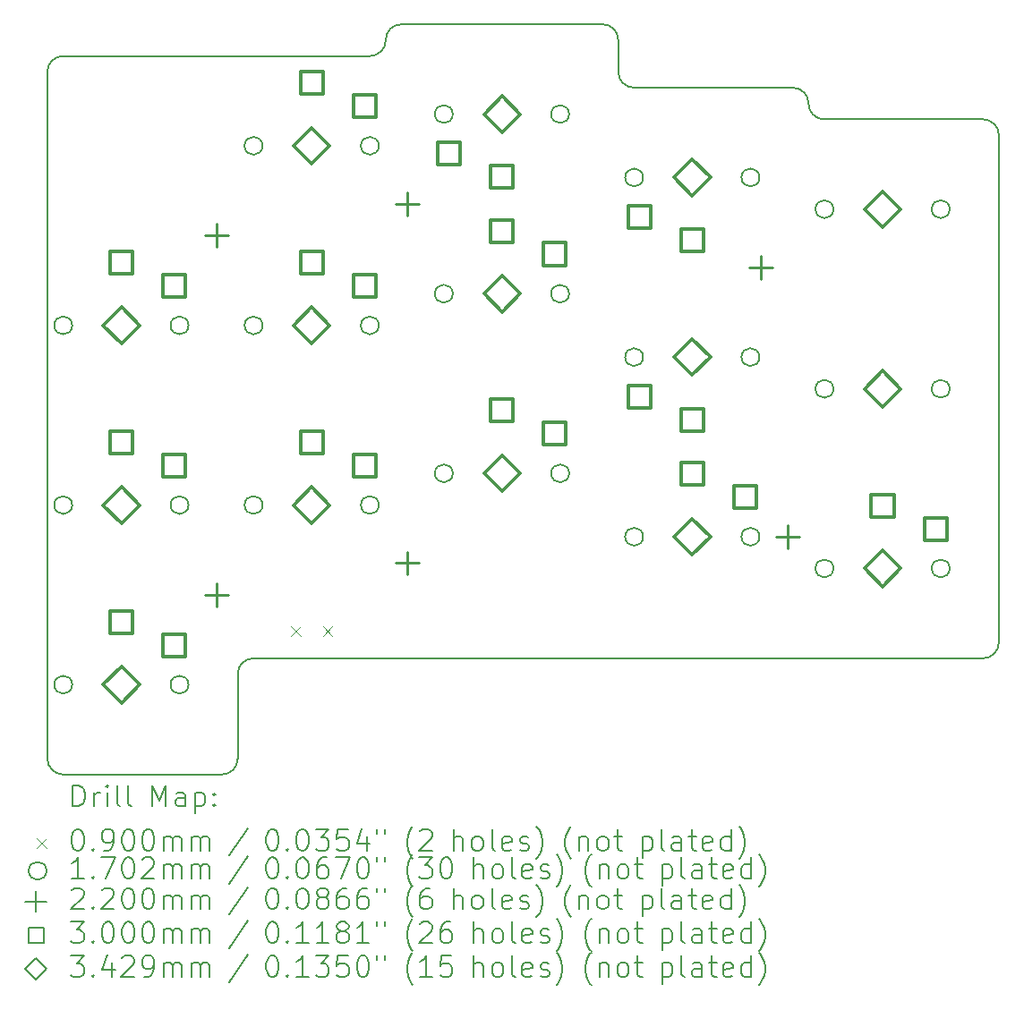
<source format=gbr>
%TF.GenerationSoftware,KiCad,Pcbnew,(7.0.0-0)*%
%TF.CreationDate,2023-02-22T17:50:16+08:00*%
%TF.ProjectId,left,6c656674-2e6b-4696-9361-645f70636258,v1.0.0*%
%TF.SameCoordinates,Original*%
%TF.FileFunction,Drillmap*%
%TF.FilePolarity,Positive*%
%FSLAX45Y45*%
G04 Gerber Fmt 4.5, Leading zero omitted, Abs format (unit mm)*
G04 Created by KiCad (PCBNEW (7.0.0-0)) date 2023-02-22 17:50:16*
%MOMM*%
%LPD*%
G01*
G04 APERTURE LIST*
%ADD10C,0.150000*%
%ADD11C,0.200000*%
%ADD12C,0.090000*%
%ADD13C,0.170180*%
%ADD14C,0.220000*%
%ADD15C,0.300000*%
%ADD16C,0.342900*%
G04 APERTURE END LIST*
D10*
X-551000Y-850000D02*
X951000Y-850000D01*
X1100000Y-701000D02*
X1100000Y101000D01*
X-551000Y5950000D02*
X2351000Y5950000D01*
X4700000Y5799000D02*
X4700000Y6101000D01*
X4551000Y6250000D02*
X2649000Y6250000D01*
X2500000Y6101000D02*
X2500000Y6099000D01*
X6500000Y5499000D02*
X6500000Y5501000D01*
X6351000Y5650000D02*
X4849000Y5650000D01*
X1249000Y250000D02*
X8151000Y250000D01*
X8300000Y399000D02*
X8300000Y5201000D01*
X8151000Y5350000D02*
X6649000Y5350000D01*
X-700000Y-701000D02*
X-700000Y5801000D01*
X951000Y-850000D02*
G75*
G03*
X1100000Y-701000I0J149000D01*
G01*
X1249000Y250000D02*
G75*
G03*
X1100000Y101000I0J-149000D01*
G01*
X8151000Y250000D02*
G75*
G03*
X8300000Y399000I0J149000D01*
G01*
X8300000Y5201000D02*
G75*
G03*
X8151000Y5350000I-149000J0D01*
G01*
X6500000Y5499000D02*
G75*
G03*
X6649000Y5350000I149000J0D01*
G01*
X6500000Y5501000D02*
G75*
G03*
X6351000Y5650000I-149000J0D01*
G01*
X4700000Y5799000D02*
G75*
G03*
X4849000Y5650000I149000J0D01*
G01*
X4700000Y6101000D02*
G75*
G03*
X4551000Y6250000I-149000J0D01*
G01*
X2649000Y6250000D02*
G75*
G03*
X2500000Y6101000I0J-149000D01*
G01*
X2351000Y5950000D02*
G75*
G03*
X2500000Y6099000I0J149000D01*
G01*
X-551000Y5950000D02*
G75*
G03*
X-700000Y5801000I0J-149000D01*
G01*
X-700000Y-701000D02*
G75*
G03*
X-551000Y-850000I149000J0D01*
G01*
D11*
D12*
X1605000Y552000D02*
X1695000Y462000D01*
X1695000Y552000D02*
X1605000Y462000D01*
X1905000Y552000D02*
X1995000Y462000D01*
X1995000Y552000D02*
X1905000Y462000D01*
D13*
X-464910Y3400000D02*
G75*
G03*
X-464910Y3400000I-85090J0D01*
G01*
X-464910Y1700000D02*
G75*
G03*
X-464910Y1700000I-85090J0D01*
G01*
X-464910Y0D02*
G75*
G03*
X-464910Y0I-85090J0D01*
G01*
X635090Y3400000D02*
G75*
G03*
X635090Y3400000I-85090J0D01*
G01*
X635090Y1700000D02*
G75*
G03*
X635090Y1700000I-85090J0D01*
G01*
X635090Y0D02*
G75*
G03*
X635090Y0I-85090J0D01*
G01*
X1335090Y5100000D02*
G75*
G03*
X1335090Y5100000I-85090J0D01*
G01*
X1335090Y3400000D02*
G75*
G03*
X1335090Y3400000I-85090J0D01*
G01*
X1335090Y1700000D02*
G75*
G03*
X1335090Y1700000I-85090J0D01*
G01*
X2435090Y5100000D02*
G75*
G03*
X2435090Y5100000I-85090J0D01*
G01*
X2435090Y3400000D02*
G75*
G03*
X2435090Y3400000I-85090J0D01*
G01*
X2435090Y1700000D02*
G75*
G03*
X2435090Y1700000I-85090J0D01*
G01*
X3135090Y5400000D02*
G75*
G03*
X3135090Y5400000I-85090J0D01*
G01*
X3135090Y3700000D02*
G75*
G03*
X3135090Y3700000I-85090J0D01*
G01*
X3135090Y2000000D02*
G75*
G03*
X3135090Y2000000I-85090J0D01*
G01*
X4235090Y5400000D02*
G75*
G03*
X4235090Y5400000I-85090J0D01*
G01*
X4235090Y3700000D02*
G75*
G03*
X4235090Y3700000I-85090J0D01*
G01*
X4235090Y2000000D02*
G75*
G03*
X4235090Y2000000I-85090J0D01*
G01*
X4935090Y4800000D02*
G75*
G03*
X4935090Y4800000I-85090J0D01*
G01*
X4935090Y3100000D02*
G75*
G03*
X4935090Y3100000I-85090J0D01*
G01*
X4935090Y1400000D02*
G75*
G03*
X4935090Y1400000I-85090J0D01*
G01*
X6035090Y4800000D02*
G75*
G03*
X6035090Y4800000I-85090J0D01*
G01*
X6035090Y3100000D02*
G75*
G03*
X6035090Y3100000I-85090J0D01*
G01*
X6035090Y1400000D02*
G75*
G03*
X6035090Y1400000I-85090J0D01*
G01*
X6735090Y4500000D02*
G75*
G03*
X6735090Y4500000I-85090J0D01*
G01*
X6735090Y2800000D02*
G75*
G03*
X6735090Y2800000I-85090J0D01*
G01*
X6735090Y1100000D02*
G75*
G03*
X6735090Y1100000I-85090J0D01*
G01*
X7835090Y4500000D02*
G75*
G03*
X7835090Y4500000I-85090J0D01*
G01*
X7835090Y2800000D02*
G75*
G03*
X7835090Y2800000I-85090J0D01*
G01*
X7835090Y1100000D02*
G75*
G03*
X7835090Y1100000I-85090J0D01*
G01*
D14*
X900000Y4360000D02*
X900000Y4140000D01*
X790000Y4250000D02*
X1010000Y4250000D01*
X900000Y960000D02*
X900000Y740000D01*
X790000Y850000D02*
X1010000Y850000D01*
X2700000Y4660000D02*
X2700000Y4440000D01*
X2590000Y4550000D02*
X2810000Y4550000D01*
X2700000Y1260000D02*
X2700000Y1040000D01*
X2590000Y1150000D02*
X2810000Y1150000D01*
X6050000Y4060000D02*
X6050000Y3840000D01*
X5940000Y3950000D02*
X6160000Y3950000D01*
X6300000Y1510000D02*
X6300000Y1290000D01*
X6190000Y1400000D02*
X6410000Y1400000D01*
D15*
X106067Y3888933D02*
X106067Y4101067D01*
X-106067Y4101067D01*
X-106067Y3888933D01*
X106067Y3888933D01*
X106067Y2188933D02*
X106067Y2401067D01*
X-106067Y2401067D01*
X-106067Y2188933D01*
X106067Y2188933D01*
X106067Y488933D02*
X106067Y701067D01*
X-106067Y701067D01*
X-106067Y488933D01*
X106067Y488933D01*
X606067Y3668933D02*
X606067Y3881067D01*
X393933Y3881067D01*
X393933Y3668933D01*
X606067Y3668933D01*
X606067Y1968933D02*
X606067Y2181067D01*
X393933Y2181067D01*
X393933Y1968933D01*
X606067Y1968933D01*
X606067Y268933D02*
X606067Y481067D01*
X393933Y481067D01*
X393933Y268933D01*
X606067Y268933D01*
X1906067Y5588933D02*
X1906067Y5801067D01*
X1693933Y5801067D01*
X1693933Y5588933D01*
X1906067Y5588933D01*
X1906067Y3888933D02*
X1906067Y4101067D01*
X1693933Y4101067D01*
X1693933Y3888933D01*
X1906067Y3888933D01*
X1906067Y2188933D02*
X1906067Y2401067D01*
X1693933Y2401067D01*
X1693933Y2188933D01*
X1906067Y2188933D01*
X2406067Y5368933D02*
X2406067Y5581067D01*
X2193933Y5581067D01*
X2193933Y5368933D01*
X2406067Y5368933D01*
X2406067Y3668933D02*
X2406067Y3881067D01*
X2193933Y3881067D01*
X2193933Y3668933D01*
X2406067Y3668933D01*
X2406067Y1968933D02*
X2406067Y2181067D01*
X2193933Y2181067D01*
X2193933Y1968933D01*
X2406067Y1968933D01*
X3206067Y4918933D02*
X3206067Y5131067D01*
X2993933Y5131067D01*
X2993933Y4918933D01*
X3206067Y4918933D01*
X3706067Y4698933D02*
X3706067Y4911067D01*
X3493933Y4911067D01*
X3493933Y4698933D01*
X3706067Y4698933D01*
X3706067Y4188933D02*
X3706067Y4401067D01*
X3493933Y4401067D01*
X3493933Y4188933D01*
X3706067Y4188933D01*
X3706067Y2488933D02*
X3706067Y2701067D01*
X3493933Y2701067D01*
X3493933Y2488933D01*
X3706067Y2488933D01*
X4206067Y3968933D02*
X4206067Y4181067D01*
X3993933Y4181067D01*
X3993933Y3968933D01*
X4206067Y3968933D01*
X4206067Y2268933D02*
X4206067Y2481067D01*
X3993933Y2481067D01*
X3993933Y2268933D01*
X4206067Y2268933D01*
X5006067Y4318933D02*
X5006067Y4531067D01*
X4793933Y4531067D01*
X4793933Y4318933D01*
X5006067Y4318933D01*
X5006067Y2618933D02*
X5006067Y2831067D01*
X4793933Y2831067D01*
X4793933Y2618933D01*
X5006067Y2618933D01*
X5506067Y4098933D02*
X5506067Y4311067D01*
X5293933Y4311067D01*
X5293933Y4098933D01*
X5506067Y4098933D01*
X5506067Y2398933D02*
X5506067Y2611067D01*
X5293933Y2611067D01*
X5293933Y2398933D01*
X5506067Y2398933D01*
X5506067Y1888933D02*
X5506067Y2101067D01*
X5293933Y2101067D01*
X5293933Y1888933D01*
X5506067Y1888933D01*
X6006067Y1668933D02*
X6006067Y1881067D01*
X5793933Y1881067D01*
X5793933Y1668933D01*
X6006067Y1668933D01*
X7306067Y1588933D02*
X7306067Y1801067D01*
X7093933Y1801067D01*
X7093933Y1588933D01*
X7306067Y1588933D01*
X7806067Y1368933D02*
X7806067Y1581067D01*
X7593933Y1581067D01*
X7593933Y1368933D01*
X7806067Y1368933D01*
D16*
X0Y3228550D02*
X171450Y3400000D01*
X0Y3571450D01*
X-171450Y3400000D01*
X0Y3228550D01*
X0Y1528550D02*
X171450Y1700000D01*
X0Y1871450D01*
X-171450Y1700000D01*
X0Y1528550D01*
X0Y-171450D02*
X171450Y0D01*
X0Y171450D01*
X-171450Y0D01*
X0Y-171450D01*
X1800000Y4928550D02*
X1971450Y5100000D01*
X1800000Y5271450D01*
X1628550Y5100000D01*
X1800000Y4928550D01*
X1800000Y3228550D02*
X1971450Y3400000D01*
X1800000Y3571450D01*
X1628550Y3400000D01*
X1800000Y3228550D01*
X1800000Y1528550D02*
X1971450Y1700000D01*
X1800000Y1871450D01*
X1628550Y1700000D01*
X1800000Y1528550D01*
X3600000Y5228550D02*
X3771450Y5400000D01*
X3600000Y5571450D01*
X3428550Y5400000D01*
X3600000Y5228550D01*
X3600000Y3528550D02*
X3771450Y3700000D01*
X3600000Y3871450D01*
X3428550Y3700000D01*
X3600000Y3528550D01*
X3600000Y1828550D02*
X3771450Y2000000D01*
X3600000Y2171450D01*
X3428550Y2000000D01*
X3600000Y1828550D01*
X5400000Y4628550D02*
X5571450Y4800000D01*
X5400000Y4971450D01*
X5228550Y4800000D01*
X5400000Y4628550D01*
X5400000Y2928550D02*
X5571450Y3100000D01*
X5400000Y3271450D01*
X5228550Y3100000D01*
X5400000Y2928550D01*
X5400000Y1228550D02*
X5571450Y1400000D01*
X5400000Y1571450D01*
X5228550Y1400000D01*
X5400000Y1228550D01*
X7200000Y4328550D02*
X7371450Y4500000D01*
X7200000Y4671450D01*
X7028550Y4500000D01*
X7200000Y4328550D01*
X7200000Y2628550D02*
X7371450Y2800000D01*
X7200000Y2971450D01*
X7028550Y2800000D01*
X7200000Y2628550D01*
X7200000Y928550D02*
X7371450Y1100000D01*
X7200000Y1271450D01*
X7028550Y1100000D01*
X7200000Y928550D01*
D11*
X-459881Y-1150976D02*
X-459881Y-950976D01*
X-459881Y-950976D02*
X-412262Y-950976D01*
X-412262Y-950976D02*
X-383690Y-960500D01*
X-383690Y-960500D02*
X-364643Y-979548D01*
X-364643Y-979548D02*
X-355119Y-998595D01*
X-355119Y-998595D02*
X-345595Y-1036690D01*
X-345595Y-1036690D02*
X-345595Y-1065262D01*
X-345595Y-1065262D02*
X-355119Y-1103357D01*
X-355119Y-1103357D02*
X-364643Y-1122405D01*
X-364643Y-1122405D02*
X-383690Y-1141452D01*
X-383690Y-1141452D02*
X-412262Y-1150976D01*
X-412262Y-1150976D02*
X-459881Y-1150976D01*
X-259881Y-1150976D02*
X-259881Y-1017643D01*
X-259881Y-1055738D02*
X-250357Y-1036690D01*
X-250357Y-1036690D02*
X-240833Y-1027167D01*
X-240833Y-1027167D02*
X-221786Y-1017643D01*
X-221786Y-1017643D02*
X-202738Y-1017643D01*
X-136071Y-1150976D02*
X-136071Y-1017643D01*
X-136071Y-950976D02*
X-145595Y-960500D01*
X-145595Y-960500D02*
X-136071Y-970024D01*
X-136071Y-970024D02*
X-126548Y-960500D01*
X-126548Y-960500D02*
X-136071Y-950976D01*
X-136071Y-950976D02*
X-136071Y-970024D01*
X-12262Y-1150976D02*
X-31309Y-1141452D01*
X-31309Y-1141452D02*
X-40833Y-1122405D01*
X-40833Y-1122405D02*
X-40833Y-950976D01*
X92500Y-1150976D02*
X73452Y-1141452D01*
X73452Y-1141452D02*
X63928Y-1122405D01*
X63928Y-1122405D02*
X63928Y-950976D01*
X288690Y-1150976D02*
X288690Y-950976D01*
X288690Y-950976D02*
X355357Y-1093833D01*
X355357Y-1093833D02*
X422024Y-950976D01*
X422024Y-950976D02*
X422024Y-1150976D01*
X602976Y-1150976D02*
X602976Y-1046214D01*
X602976Y-1046214D02*
X593452Y-1027167D01*
X593452Y-1027167D02*
X574405Y-1017643D01*
X574405Y-1017643D02*
X536309Y-1017643D01*
X536309Y-1017643D02*
X517262Y-1027167D01*
X602976Y-1141452D02*
X583929Y-1150976D01*
X583929Y-1150976D02*
X536309Y-1150976D01*
X536309Y-1150976D02*
X517262Y-1141452D01*
X517262Y-1141452D02*
X507738Y-1122405D01*
X507738Y-1122405D02*
X507738Y-1103357D01*
X507738Y-1103357D02*
X517262Y-1084310D01*
X517262Y-1084310D02*
X536309Y-1074786D01*
X536309Y-1074786D02*
X583929Y-1074786D01*
X583929Y-1074786D02*
X602976Y-1065262D01*
X698214Y-1017643D02*
X698214Y-1217643D01*
X698214Y-1027167D02*
X717262Y-1017643D01*
X717262Y-1017643D02*
X755357Y-1017643D01*
X755357Y-1017643D02*
X774405Y-1027167D01*
X774405Y-1027167D02*
X783928Y-1036690D01*
X783928Y-1036690D02*
X793452Y-1055738D01*
X793452Y-1055738D02*
X793452Y-1112881D01*
X793452Y-1112881D02*
X783928Y-1131929D01*
X783928Y-1131929D02*
X774405Y-1141452D01*
X774405Y-1141452D02*
X755357Y-1150976D01*
X755357Y-1150976D02*
X717262Y-1150976D01*
X717262Y-1150976D02*
X698214Y-1141452D01*
X879167Y-1131929D02*
X888690Y-1141452D01*
X888690Y-1141452D02*
X879167Y-1150976D01*
X879167Y-1150976D02*
X869643Y-1141452D01*
X869643Y-1141452D02*
X879167Y-1131929D01*
X879167Y-1131929D02*
X879167Y-1150976D01*
X879167Y-1027167D02*
X888690Y-1036690D01*
X888690Y-1036690D02*
X879167Y-1046214D01*
X879167Y-1046214D02*
X869643Y-1036690D01*
X869643Y-1036690D02*
X879167Y-1027167D01*
X879167Y-1027167D02*
X879167Y-1046214D01*
D12*
X-797500Y-1452500D02*
X-707500Y-1542500D01*
X-707500Y-1452500D02*
X-797500Y-1542500D01*
D11*
X-421786Y-1370976D02*
X-402738Y-1370976D01*
X-402738Y-1370976D02*
X-383690Y-1380500D01*
X-383690Y-1380500D02*
X-374167Y-1390024D01*
X-374167Y-1390024D02*
X-364643Y-1409071D01*
X-364643Y-1409071D02*
X-355119Y-1447167D01*
X-355119Y-1447167D02*
X-355119Y-1494786D01*
X-355119Y-1494786D02*
X-364643Y-1532881D01*
X-364643Y-1532881D02*
X-374167Y-1551928D01*
X-374167Y-1551928D02*
X-383690Y-1561452D01*
X-383690Y-1561452D02*
X-402738Y-1570976D01*
X-402738Y-1570976D02*
X-421786Y-1570976D01*
X-421786Y-1570976D02*
X-440833Y-1561452D01*
X-440833Y-1561452D02*
X-450357Y-1551928D01*
X-450357Y-1551928D02*
X-459881Y-1532881D01*
X-459881Y-1532881D02*
X-469405Y-1494786D01*
X-469405Y-1494786D02*
X-469405Y-1447167D01*
X-469405Y-1447167D02*
X-459881Y-1409071D01*
X-459881Y-1409071D02*
X-450357Y-1390024D01*
X-450357Y-1390024D02*
X-440833Y-1380500D01*
X-440833Y-1380500D02*
X-421786Y-1370976D01*
X-269405Y-1551928D02*
X-259881Y-1561452D01*
X-259881Y-1561452D02*
X-269405Y-1570976D01*
X-269405Y-1570976D02*
X-278929Y-1561452D01*
X-278929Y-1561452D02*
X-269405Y-1551928D01*
X-269405Y-1551928D02*
X-269405Y-1570976D01*
X-164643Y-1570976D02*
X-126548Y-1570976D01*
X-126548Y-1570976D02*
X-107500Y-1561452D01*
X-107500Y-1561452D02*
X-97976Y-1551928D01*
X-97976Y-1551928D02*
X-78929Y-1523357D01*
X-78929Y-1523357D02*
X-69405Y-1485262D01*
X-69405Y-1485262D02*
X-69405Y-1409071D01*
X-69405Y-1409071D02*
X-78929Y-1390024D01*
X-78929Y-1390024D02*
X-88452Y-1380500D01*
X-88452Y-1380500D02*
X-107500Y-1370976D01*
X-107500Y-1370976D02*
X-145595Y-1370976D01*
X-145595Y-1370976D02*
X-164643Y-1380500D01*
X-164643Y-1380500D02*
X-174167Y-1390024D01*
X-174167Y-1390024D02*
X-183690Y-1409071D01*
X-183690Y-1409071D02*
X-183690Y-1456690D01*
X-183690Y-1456690D02*
X-174167Y-1475738D01*
X-174167Y-1475738D02*
X-164643Y-1485262D01*
X-164643Y-1485262D02*
X-145595Y-1494786D01*
X-145595Y-1494786D02*
X-107500Y-1494786D01*
X-107500Y-1494786D02*
X-88452Y-1485262D01*
X-88452Y-1485262D02*
X-78929Y-1475738D01*
X-78929Y-1475738D02*
X-69405Y-1456690D01*
X54405Y-1370976D02*
X73452Y-1370976D01*
X73452Y-1370976D02*
X92500Y-1380500D01*
X92500Y-1380500D02*
X102024Y-1390024D01*
X102024Y-1390024D02*
X111548Y-1409071D01*
X111548Y-1409071D02*
X121071Y-1447167D01*
X121071Y-1447167D02*
X121071Y-1494786D01*
X121071Y-1494786D02*
X111548Y-1532881D01*
X111548Y-1532881D02*
X102024Y-1551928D01*
X102024Y-1551928D02*
X92500Y-1561452D01*
X92500Y-1561452D02*
X73452Y-1570976D01*
X73452Y-1570976D02*
X54405Y-1570976D01*
X54405Y-1570976D02*
X35357Y-1561452D01*
X35357Y-1561452D02*
X25833Y-1551928D01*
X25833Y-1551928D02*
X16309Y-1532881D01*
X16309Y-1532881D02*
X6786Y-1494786D01*
X6786Y-1494786D02*
X6786Y-1447167D01*
X6786Y-1447167D02*
X16309Y-1409071D01*
X16309Y-1409071D02*
X25833Y-1390024D01*
X25833Y-1390024D02*
X35357Y-1380500D01*
X35357Y-1380500D02*
X54405Y-1370976D01*
X244881Y-1370976D02*
X263929Y-1370976D01*
X263929Y-1370976D02*
X282976Y-1380500D01*
X282976Y-1380500D02*
X292500Y-1390024D01*
X292500Y-1390024D02*
X302024Y-1409071D01*
X302024Y-1409071D02*
X311548Y-1447167D01*
X311548Y-1447167D02*
X311548Y-1494786D01*
X311548Y-1494786D02*
X302024Y-1532881D01*
X302024Y-1532881D02*
X292500Y-1551928D01*
X292500Y-1551928D02*
X282976Y-1561452D01*
X282976Y-1561452D02*
X263929Y-1570976D01*
X263929Y-1570976D02*
X244881Y-1570976D01*
X244881Y-1570976D02*
X225833Y-1561452D01*
X225833Y-1561452D02*
X216309Y-1551928D01*
X216309Y-1551928D02*
X206786Y-1532881D01*
X206786Y-1532881D02*
X197262Y-1494786D01*
X197262Y-1494786D02*
X197262Y-1447167D01*
X197262Y-1447167D02*
X206786Y-1409071D01*
X206786Y-1409071D02*
X216309Y-1390024D01*
X216309Y-1390024D02*
X225833Y-1380500D01*
X225833Y-1380500D02*
X244881Y-1370976D01*
X397262Y-1570976D02*
X397262Y-1437643D01*
X397262Y-1456690D02*
X406786Y-1447167D01*
X406786Y-1447167D02*
X425833Y-1437643D01*
X425833Y-1437643D02*
X454405Y-1437643D01*
X454405Y-1437643D02*
X473452Y-1447167D01*
X473452Y-1447167D02*
X482976Y-1466214D01*
X482976Y-1466214D02*
X482976Y-1570976D01*
X482976Y-1466214D02*
X492500Y-1447167D01*
X492500Y-1447167D02*
X511548Y-1437643D01*
X511548Y-1437643D02*
X540119Y-1437643D01*
X540119Y-1437643D02*
X559167Y-1447167D01*
X559167Y-1447167D02*
X568691Y-1466214D01*
X568691Y-1466214D02*
X568691Y-1570976D01*
X663929Y-1570976D02*
X663929Y-1437643D01*
X663929Y-1456690D02*
X673452Y-1447167D01*
X673452Y-1447167D02*
X692500Y-1437643D01*
X692500Y-1437643D02*
X721071Y-1437643D01*
X721071Y-1437643D02*
X740119Y-1447167D01*
X740119Y-1447167D02*
X749643Y-1466214D01*
X749643Y-1466214D02*
X749643Y-1570976D01*
X749643Y-1466214D02*
X759167Y-1447167D01*
X759167Y-1447167D02*
X778214Y-1437643D01*
X778214Y-1437643D02*
X806786Y-1437643D01*
X806786Y-1437643D02*
X825833Y-1447167D01*
X825833Y-1447167D02*
X835357Y-1466214D01*
X835357Y-1466214D02*
X835357Y-1570976D01*
X1193452Y-1361452D02*
X1022024Y-1618595D01*
X1418214Y-1370976D02*
X1437262Y-1370976D01*
X1437262Y-1370976D02*
X1456310Y-1380500D01*
X1456310Y-1380500D02*
X1465833Y-1390024D01*
X1465833Y-1390024D02*
X1475357Y-1409071D01*
X1475357Y-1409071D02*
X1484881Y-1447167D01*
X1484881Y-1447167D02*
X1484881Y-1494786D01*
X1484881Y-1494786D02*
X1475357Y-1532881D01*
X1475357Y-1532881D02*
X1465833Y-1551928D01*
X1465833Y-1551928D02*
X1456310Y-1561452D01*
X1456310Y-1561452D02*
X1437262Y-1570976D01*
X1437262Y-1570976D02*
X1418214Y-1570976D01*
X1418214Y-1570976D02*
X1399167Y-1561452D01*
X1399167Y-1561452D02*
X1389643Y-1551928D01*
X1389643Y-1551928D02*
X1380119Y-1532881D01*
X1380119Y-1532881D02*
X1370595Y-1494786D01*
X1370595Y-1494786D02*
X1370595Y-1447167D01*
X1370595Y-1447167D02*
X1380119Y-1409071D01*
X1380119Y-1409071D02*
X1389643Y-1390024D01*
X1389643Y-1390024D02*
X1399167Y-1380500D01*
X1399167Y-1380500D02*
X1418214Y-1370976D01*
X1570595Y-1551928D02*
X1580119Y-1561452D01*
X1580119Y-1561452D02*
X1570595Y-1570976D01*
X1570595Y-1570976D02*
X1561071Y-1561452D01*
X1561071Y-1561452D02*
X1570595Y-1551928D01*
X1570595Y-1551928D02*
X1570595Y-1570976D01*
X1703929Y-1370976D02*
X1722976Y-1370976D01*
X1722976Y-1370976D02*
X1742024Y-1380500D01*
X1742024Y-1380500D02*
X1751548Y-1390024D01*
X1751548Y-1390024D02*
X1761071Y-1409071D01*
X1761071Y-1409071D02*
X1770595Y-1447167D01*
X1770595Y-1447167D02*
X1770595Y-1494786D01*
X1770595Y-1494786D02*
X1761071Y-1532881D01*
X1761071Y-1532881D02*
X1751548Y-1551928D01*
X1751548Y-1551928D02*
X1742024Y-1561452D01*
X1742024Y-1561452D02*
X1722976Y-1570976D01*
X1722976Y-1570976D02*
X1703929Y-1570976D01*
X1703929Y-1570976D02*
X1684881Y-1561452D01*
X1684881Y-1561452D02*
X1675357Y-1551928D01*
X1675357Y-1551928D02*
X1665833Y-1532881D01*
X1665833Y-1532881D02*
X1656310Y-1494786D01*
X1656310Y-1494786D02*
X1656310Y-1447167D01*
X1656310Y-1447167D02*
X1665833Y-1409071D01*
X1665833Y-1409071D02*
X1675357Y-1390024D01*
X1675357Y-1390024D02*
X1684881Y-1380500D01*
X1684881Y-1380500D02*
X1703929Y-1370976D01*
X1837262Y-1370976D02*
X1961071Y-1370976D01*
X1961071Y-1370976D02*
X1894405Y-1447167D01*
X1894405Y-1447167D02*
X1922976Y-1447167D01*
X1922976Y-1447167D02*
X1942024Y-1456690D01*
X1942024Y-1456690D02*
X1951548Y-1466214D01*
X1951548Y-1466214D02*
X1961071Y-1485262D01*
X1961071Y-1485262D02*
X1961071Y-1532881D01*
X1961071Y-1532881D02*
X1951548Y-1551928D01*
X1951548Y-1551928D02*
X1942024Y-1561452D01*
X1942024Y-1561452D02*
X1922976Y-1570976D01*
X1922976Y-1570976D02*
X1865833Y-1570976D01*
X1865833Y-1570976D02*
X1846786Y-1561452D01*
X1846786Y-1561452D02*
X1837262Y-1551928D01*
X2142024Y-1370976D02*
X2046786Y-1370976D01*
X2046786Y-1370976D02*
X2037262Y-1466214D01*
X2037262Y-1466214D02*
X2046786Y-1456690D01*
X2046786Y-1456690D02*
X2065833Y-1447167D01*
X2065833Y-1447167D02*
X2113453Y-1447167D01*
X2113453Y-1447167D02*
X2132500Y-1456690D01*
X2132500Y-1456690D02*
X2142024Y-1466214D01*
X2142024Y-1466214D02*
X2151548Y-1485262D01*
X2151548Y-1485262D02*
X2151548Y-1532881D01*
X2151548Y-1532881D02*
X2142024Y-1551928D01*
X2142024Y-1551928D02*
X2132500Y-1561452D01*
X2132500Y-1561452D02*
X2113453Y-1570976D01*
X2113453Y-1570976D02*
X2065833Y-1570976D01*
X2065833Y-1570976D02*
X2046786Y-1561452D01*
X2046786Y-1561452D02*
X2037262Y-1551928D01*
X2322976Y-1437643D02*
X2322976Y-1570976D01*
X2275357Y-1361452D02*
X2227738Y-1504309D01*
X2227738Y-1504309D02*
X2351548Y-1504309D01*
X2418214Y-1370976D02*
X2418214Y-1409071D01*
X2494405Y-1370976D02*
X2494405Y-1409071D01*
X2757262Y-1647167D02*
X2747738Y-1637643D01*
X2747738Y-1637643D02*
X2728691Y-1609071D01*
X2728691Y-1609071D02*
X2719167Y-1590024D01*
X2719167Y-1590024D02*
X2709643Y-1561452D01*
X2709643Y-1561452D02*
X2700119Y-1513833D01*
X2700119Y-1513833D02*
X2700119Y-1475738D01*
X2700119Y-1475738D02*
X2709643Y-1428119D01*
X2709643Y-1428119D02*
X2719167Y-1399548D01*
X2719167Y-1399548D02*
X2728691Y-1380500D01*
X2728691Y-1380500D02*
X2747738Y-1351929D01*
X2747738Y-1351929D02*
X2757262Y-1342405D01*
X2823929Y-1390024D02*
X2833452Y-1380500D01*
X2833452Y-1380500D02*
X2852500Y-1370976D01*
X2852500Y-1370976D02*
X2900119Y-1370976D01*
X2900119Y-1370976D02*
X2919167Y-1380500D01*
X2919167Y-1380500D02*
X2928691Y-1390024D01*
X2928691Y-1390024D02*
X2938214Y-1409071D01*
X2938214Y-1409071D02*
X2938214Y-1428119D01*
X2938214Y-1428119D02*
X2928691Y-1456690D01*
X2928691Y-1456690D02*
X2814405Y-1570976D01*
X2814405Y-1570976D02*
X2938214Y-1570976D01*
X3143929Y-1570976D02*
X3143929Y-1370976D01*
X3229643Y-1570976D02*
X3229643Y-1466214D01*
X3229643Y-1466214D02*
X3220119Y-1447167D01*
X3220119Y-1447167D02*
X3201072Y-1437643D01*
X3201072Y-1437643D02*
X3172500Y-1437643D01*
X3172500Y-1437643D02*
X3153452Y-1447167D01*
X3153452Y-1447167D02*
X3143929Y-1456690D01*
X3353452Y-1570976D02*
X3334405Y-1561452D01*
X3334405Y-1561452D02*
X3324881Y-1551928D01*
X3324881Y-1551928D02*
X3315357Y-1532881D01*
X3315357Y-1532881D02*
X3315357Y-1475738D01*
X3315357Y-1475738D02*
X3324881Y-1456690D01*
X3324881Y-1456690D02*
X3334405Y-1447167D01*
X3334405Y-1447167D02*
X3353452Y-1437643D01*
X3353452Y-1437643D02*
X3382024Y-1437643D01*
X3382024Y-1437643D02*
X3401072Y-1447167D01*
X3401072Y-1447167D02*
X3410595Y-1456690D01*
X3410595Y-1456690D02*
X3420119Y-1475738D01*
X3420119Y-1475738D02*
X3420119Y-1532881D01*
X3420119Y-1532881D02*
X3410595Y-1551928D01*
X3410595Y-1551928D02*
X3401072Y-1561452D01*
X3401072Y-1561452D02*
X3382024Y-1570976D01*
X3382024Y-1570976D02*
X3353452Y-1570976D01*
X3534405Y-1570976D02*
X3515357Y-1561452D01*
X3515357Y-1561452D02*
X3505833Y-1542405D01*
X3505833Y-1542405D02*
X3505833Y-1370976D01*
X3686786Y-1561452D02*
X3667738Y-1570976D01*
X3667738Y-1570976D02*
X3629643Y-1570976D01*
X3629643Y-1570976D02*
X3610595Y-1561452D01*
X3610595Y-1561452D02*
X3601072Y-1542405D01*
X3601072Y-1542405D02*
X3601072Y-1466214D01*
X3601072Y-1466214D02*
X3610595Y-1447167D01*
X3610595Y-1447167D02*
X3629643Y-1437643D01*
X3629643Y-1437643D02*
X3667738Y-1437643D01*
X3667738Y-1437643D02*
X3686786Y-1447167D01*
X3686786Y-1447167D02*
X3696310Y-1466214D01*
X3696310Y-1466214D02*
X3696310Y-1485262D01*
X3696310Y-1485262D02*
X3601072Y-1504309D01*
X3772500Y-1561452D02*
X3791548Y-1570976D01*
X3791548Y-1570976D02*
X3829643Y-1570976D01*
X3829643Y-1570976D02*
X3848691Y-1561452D01*
X3848691Y-1561452D02*
X3858214Y-1542405D01*
X3858214Y-1542405D02*
X3858214Y-1532881D01*
X3858214Y-1532881D02*
X3848691Y-1513833D01*
X3848691Y-1513833D02*
X3829643Y-1504309D01*
X3829643Y-1504309D02*
X3801072Y-1504309D01*
X3801072Y-1504309D02*
X3782024Y-1494786D01*
X3782024Y-1494786D02*
X3772500Y-1475738D01*
X3772500Y-1475738D02*
X3772500Y-1466214D01*
X3772500Y-1466214D02*
X3782024Y-1447167D01*
X3782024Y-1447167D02*
X3801072Y-1437643D01*
X3801072Y-1437643D02*
X3829643Y-1437643D01*
X3829643Y-1437643D02*
X3848691Y-1447167D01*
X3924881Y-1647167D02*
X3934405Y-1637643D01*
X3934405Y-1637643D02*
X3953453Y-1609071D01*
X3953453Y-1609071D02*
X3962976Y-1590024D01*
X3962976Y-1590024D02*
X3972500Y-1561452D01*
X3972500Y-1561452D02*
X3982024Y-1513833D01*
X3982024Y-1513833D02*
X3982024Y-1475738D01*
X3982024Y-1475738D02*
X3972500Y-1428119D01*
X3972500Y-1428119D02*
X3962976Y-1399548D01*
X3962976Y-1399548D02*
X3953453Y-1380500D01*
X3953453Y-1380500D02*
X3934405Y-1351929D01*
X3934405Y-1351929D02*
X3924881Y-1342405D01*
X4254405Y-1647167D02*
X4244881Y-1637643D01*
X4244881Y-1637643D02*
X4225834Y-1609071D01*
X4225834Y-1609071D02*
X4216310Y-1590024D01*
X4216310Y-1590024D02*
X4206786Y-1561452D01*
X4206786Y-1561452D02*
X4197262Y-1513833D01*
X4197262Y-1513833D02*
X4197262Y-1475738D01*
X4197262Y-1475738D02*
X4206786Y-1428119D01*
X4206786Y-1428119D02*
X4216310Y-1399548D01*
X4216310Y-1399548D02*
X4225834Y-1380500D01*
X4225834Y-1380500D02*
X4244881Y-1351929D01*
X4244881Y-1351929D02*
X4254405Y-1342405D01*
X4330595Y-1437643D02*
X4330595Y-1570976D01*
X4330595Y-1456690D02*
X4340119Y-1447167D01*
X4340119Y-1447167D02*
X4359167Y-1437643D01*
X4359167Y-1437643D02*
X4387738Y-1437643D01*
X4387738Y-1437643D02*
X4406786Y-1447167D01*
X4406786Y-1447167D02*
X4416310Y-1466214D01*
X4416310Y-1466214D02*
X4416310Y-1570976D01*
X4540119Y-1570976D02*
X4521072Y-1561452D01*
X4521072Y-1561452D02*
X4511548Y-1551928D01*
X4511548Y-1551928D02*
X4502024Y-1532881D01*
X4502024Y-1532881D02*
X4502024Y-1475738D01*
X4502024Y-1475738D02*
X4511548Y-1456690D01*
X4511548Y-1456690D02*
X4521072Y-1447167D01*
X4521072Y-1447167D02*
X4540119Y-1437643D01*
X4540119Y-1437643D02*
X4568691Y-1437643D01*
X4568691Y-1437643D02*
X4587738Y-1447167D01*
X4587738Y-1447167D02*
X4597262Y-1456690D01*
X4597262Y-1456690D02*
X4606786Y-1475738D01*
X4606786Y-1475738D02*
X4606786Y-1532881D01*
X4606786Y-1532881D02*
X4597262Y-1551928D01*
X4597262Y-1551928D02*
X4587738Y-1561452D01*
X4587738Y-1561452D02*
X4568691Y-1570976D01*
X4568691Y-1570976D02*
X4540119Y-1570976D01*
X4663929Y-1437643D02*
X4740119Y-1437643D01*
X4692500Y-1370976D02*
X4692500Y-1542405D01*
X4692500Y-1542405D02*
X4702024Y-1561452D01*
X4702024Y-1561452D02*
X4721072Y-1570976D01*
X4721072Y-1570976D02*
X4740119Y-1570976D01*
X4926786Y-1437643D02*
X4926786Y-1637643D01*
X4926786Y-1447167D02*
X4945834Y-1437643D01*
X4945834Y-1437643D02*
X4983929Y-1437643D01*
X4983929Y-1437643D02*
X5002976Y-1447167D01*
X5002976Y-1447167D02*
X5012500Y-1456690D01*
X5012500Y-1456690D02*
X5022024Y-1475738D01*
X5022024Y-1475738D02*
X5022024Y-1532881D01*
X5022024Y-1532881D02*
X5012500Y-1551928D01*
X5012500Y-1551928D02*
X5002976Y-1561452D01*
X5002976Y-1561452D02*
X4983929Y-1570976D01*
X4983929Y-1570976D02*
X4945834Y-1570976D01*
X4945834Y-1570976D02*
X4926786Y-1561452D01*
X5136310Y-1570976D02*
X5117262Y-1561452D01*
X5117262Y-1561452D02*
X5107738Y-1542405D01*
X5107738Y-1542405D02*
X5107738Y-1370976D01*
X5298215Y-1570976D02*
X5298215Y-1466214D01*
X5298215Y-1466214D02*
X5288691Y-1447167D01*
X5288691Y-1447167D02*
X5269643Y-1437643D01*
X5269643Y-1437643D02*
X5231548Y-1437643D01*
X5231548Y-1437643D02*
X5212500Y-1447167D01*
X5298215Y-1561452D02*
X5279167Y-1570976D01*
X5279167Y-1570976D02*
X5231548Y-1570976D01*
X5231548Y-1570976D02*
X5212500Y-1561452D01*
X5212500Y-1561452D02*
X5202976Y-1542405D01*
X5202976Y-1542405D02*
X5202976Y-1523357D01*
X5202976Y-1523357D02*
X5212500Y-1504309D01*
X5212500Y-1504309D02*
X5231548Y-1494786D01*
X5231548Y-1494786D02*
X5279167Y-1494786D01*
X5279167Y-1494786D02*
X5298215Y-1485262D01*
X5364881Y-1437643D02*
X5441072Y-1437643D01*
X5393453Y-1370976D02*
X5393453Y-1542405D01*
X5393453Y-1542405D02*
X5402976Y-1561452D01*
X5402976Y-1561452D02*
X5422024Y-1570976D01*
X5422024Y-1570976D02*
X5441072Y-1570976D01*
X5583929Y-1561452D02*
X5564881Y-1570976D01*
X5564881Y-1570976D02*
X5526786Y-1570976D01*
X5526786Y-1570976D02*
X5507738Y-1561452D01*
X5507738Y-1561452D02*
X5498215Y-1542405D01*
X5498215Y-1542405D02*
X5498215Y-1466214D01*
X5498215Y-1466214D02*
X5507738Y-1447167D01*
X5507738Y-1447167D02*
X5526786Y-1437643D01*
X5526786Y-1437643D02*
X5564881Y-1437643D01*
X5564881Y-1437643D02*
X5583929Y-1447167D01*
X5583929Y-1447167D02*
X5593453Y-1466214D01*
X5593453Y-1466214D02*
X5593453Y-1485262D01*
X5593453Y-1485262D02*
X5498215Y-1504309D01*
X5764881Y-1570976D02*
X5764881Y-1370976D01*
X5764881Y-1561452D02*
X5745834Y-1570976D01*
X5745834Y-1570976D02*
X5707738Y-1570976D01*
X5707738Y-1570976D02*
X5688691Y-1561452D01*
X5688691Y-1561452D02*
X5679167Y-1551928D01*
X5679167Y-1551928D02*
X5669643Y-1532881D01*
X5669643Y-1532881D02*
X5669643Y-1475738D01*
X5669643Y-1475738D02*
X5679167Y-1456690D01*
X5679167Y-1456690D02*
X5688691Y-1447167D01*
X5688691Y-1447167D02*
X5707738Y-1437643D01*
X5707738Y-1437643D02*
X5745834Y-1437643D01*
X5745834Y-1437643D02*
X5764881Y-1447167D01*
X5841072Y-1647167D02*
X5850595Y-1637643D01*
X5850595Y-1637643D02*
X5869643Y-1609071D01*
X5869643Y-1609071D02*
X5879167Y-1590024D01*
X5879167Y-1590024D02*
X5888691Y-1561452D01*
X5888691Y-1561452D02*
X5898214Y-1513833D01*
X5898214Y-1513833D02*
X5898214Y-1475738D01*
X5898214Y-1475738D02*
X5888691Y-1428119D01*
X5888691Y-1428119D02*
X5879167Y-1399548D01*
X5879167Y-1399548D02*
X5869643Y-1380500D01*
X5869643Y-1380500D02*
X5850595Y-1351929D01*
X5850595Y-1351929D02*
X5841072Y-1342405D01*
D13*
X-707500Y-1761500D02*
G75*
G03*
X-707500Y-1761500I-85090J0D01*
G01*
D11*
X-355119Y-1834976D02*
X-469405Y-1834976D01*
X-412262Y-1834976D02*
X-412262Y-1634976D01*
X-412262Y-1634976D02*
X-431309Y-1663548D01*
X-431309Y-1663548D02*
X-450357Y-1682595D01*
X-450357Y-1682595D02*
X-469405Y-1692119D01*
X-269405Y-1815928D02*
X-259881Y-1825452D01*
X-259881Y-1825452D02*
X-269405Y-1834976D01*
X-269405Y-1834976D02*
X-278929Y-1825452D01*
X-278929Y-1825452D02*
X-269405Y-1815928D01*
X-269405Y-1815928D02*
X-269405Y-1834976D01*
X-193214Y-1634976D02*
X-59881Y-1634976D01*
X-59881Y-1634976D02*
X-145595Y-1834976D01*
X54405Y-1634976D02*
X73452Y-1634976D01*
X73452Y-1634976D02*
X92500Y-1644500D01*
X92500Y-1644500D02*
X102024Y-1654024D01*
X102024Y-1654024D02*
X111548Y-1673071D01*
X111548Y-1673071D02*
X121071Y-1711167D01*
X121071Y-1711167D02*
X121071Y-1758786D01*
X121071Y-1758786D02*
X111548Y-1796881D01*
X111548Y-1796881D02*
X102024Y-1815928D01*
X102024Y-1815928D02*
X92500Y-1825452D01*
X92500Y-1825452D02*
X73452Y-1834976D01*
X73452Y-1834976D02*
X54405Y-1834976D01*
X54405Y-1834976D02*
X35357Y-1825452D01*
X35357Y-1825452D02*
X25833Y-1815928D01*
X25833Y-1815928D02*
X16309Y-1796881D01*
X16309Y-1796881D02*
X6786Y-1758786D01*
X6786Y-1758786D02*
X6786Y-1711167D01*
X6786Y-1711167D02*
X16309Y-1673071D01*
X16309Y-1673071D02*
X25833Y-1654024D01*
X25833Y-1654024D02*
X35357Y-1644500D01*
X35357Y-1644500D02*
X54405Y-1634976D01*
X197262Y-1654024D02*
X206786Y-1644500D01*
X206786Y-1644500D02*
X225833Y-1634976D01*
X225833Y-1634976D02*
X273452Y-1634976D01*
X273452Y-1634976D02*
X292500Y-1644500D01*
X292500Y-1644500D02*
X302024Y-1654024D01*
X302024Y-1654024D02*
X311548Y-1673071D01*
X311548Y-1673071D02*
X311548Y-1692119D01*
X311548Y-1692119D02*
X302024Y-1720690D01*
X302024Y-1720690D02*
X187738Y-1834976D01*
X187738Y-1834976D02*
X311548Y-1834976D01*
X397262Y-1834976D02*
X397262Y-1701643D01*
X397262Y-1720690D02*
X406786Y-1711167D01*
X406786Y-1711167D02*
X425833Y-1701643D01*
X425833Y-1701643D02*
X454405Y-1701643D01*
X454405Y-1701643D02*
X473452Y-1711167D01*
X473452Y-1711167D02*
X482976Y-1730214D01*
X482976Y-1730214D02*
X482976Y-1834976D01*
X482976Y-1730214D02*
X492500Y-1711167D01*
X492500Y-1711167D02*
X511548Y-1701643D01*
X511548Y-1701643D02*
X540119Y-1701643D01*
X540119Y-1701643D02*
X559167Y-1711167D01*
X559167Y-1711167D02*
X568691Y-1730214D01*
X568691Y-1730214D02*
X568691Y-1834976D01*
X663929Y-1834976D02*
X663929Y-1701643D01*
X663929Y-1720690D02*
X673452Y-1711167D01*
X673452Y-1711167D02*
X692500Y-1701643D01*
X692500Y-1701643D02*
X721071Y-1701643D01*
X721071Y-1701643D02*
X740119Y-1711167D01*
X740119Y-1711167D02*
X749643Y-1730214D01*
X749643Y-1730214D02*
X749643Y-1834976D01*
X749643Y-1730214D02*
X759167Y-1711167D01*
X759167Y-1711167D02*
X778214Y-1701643D01*
X778214Y-1701643D02*
X806786Y-1701643D01*
X806786Y-1701643D02*
X825833Y-1711167D01*
X825833Y-1711167D02*
X835357Y-1730214D01*
X835357Y-1730214D02*
X835357Y-1834976D01*
X1193452Y-1625452D02*
X1022024Y-1882595D01*
X1418214Y-1634976D02*
X1437262Y-1634976D01*
X1437262Y-1634976D02*
X1456310Y-1644500D01*
X1456310Y-1644500D02*
X1465833Y-1654024D01*
X1465833Y-1654024D02*
X1475357Y-1673071D01*
X1475357Y-1673071D02*
X1484881Y-1711167D01*
X1484881Y-1711167D02*
X1484881Y-1758786D01*
X1484881Y-1758786D02*
X1475357Y-1796881D01*
X1475357Y-1796881D02*
X1465833Y-1815928D01*
X1465833Y-1815928D02*
X1456310Y-1825452D01*
X1456310Y-1825452D02*
X1437262Y-1834976D01*
X1437262Y-1834976D02*
X1418214Y-1834976D01*
X1418214Y-1834976D02*
X1399167Y-1825452D01*
X1399167Y-1825452D02*
X1389643Y-1815928D01*
X1389643Y-1815928D02*
X1380119Y-1796881D01*
X1380119Y-1796881D02*
X1370595Y-1758786D01*
X1370595Y-1758786D02*
X1370595Y-1711167D01*
X1370595Y-1711167D02*
X1380119Y-1673071D01*
X1380119Y-1673071D02*
X1389643Y-1654024D01*
X1389643Y-1654024D02*
X1399167Y-1644500D01*
X1399167Y-1644500D02*
X1418214Y-1634976D01*
X1570595Y-1815928D02*
X1580119Y-1825452D01*
X1580119Y-1825452D02*
X1570595Y-1834976D01*
X1570595Y-1834976D02*
X1561071Y-1825452D01*
X1561071Y-1825452D02*
X1570595Y-1815928D01*
X1570595Y-1815928D02*
X1570595Y-1834976D01*
X1703929Y-1634976D02*
X1722976Y-1634976D01*
X1722976Y-1634976D02*
X1742024Y-1644500D01*
X1742024Y-1644500D02*
X1751548Y-1654024D01*
X1751548Y-1654024D02*
X1761071Y-1673071D01*
X1761071Y-1673071D02*
X1770595Y-1711167D01*
X1770595Y-1711167D02*
X1770595Y-1758786D01*
X1770595Y-1758786D02*
X1761071Y-1796881D01*
X1761071Y-1796881D02*
X1751548Y-1815928D01*
X1751548Y-1815928D02*
X1742024Y-1825452D01*
X1742024Y-1825452D02*
X1722976Y-1834976D01*
X1722976Y-1834976D02*
X1703929Y-1834976D01*
X1703929Y-1834976D02*
X1684881Y-1825452D01*
X1684881Y-1825452D02*
X1675357Y-1815928D01*
X1675357Y-1815928D02*
X1665833Y-1796881D01*
X1665833Y-1796881D02*
X1656310Y-1758786D01*
X1656310Y-1758786D02*
X1656310Y-1711167D01*
X1656310Y-1711167D02*
X1665833Y-1673071D01*
X1665833Y-1673071D02*
X1675357Y-1654024D01*
X1675357Y-1654024D02*
X1684881Y-1644500D01*
X1684881Y-1644500D02*
X1703929Y-1634976D01*
X1942024Y-1634976D02*
X1903929Y-1634976D01*
X1903929Y-1634976D02*
X1884881Y-1644500D01*
X1884881Y-1644500D02*
X1875357Y-1654024D01*
X1875357Y-1654024D02*
X1856310Y-1682595D01*
X1856310Y-1682595D02*
X1846786Y-1720690D01*
X1846786Y-1720690D02*
X1846786Y-1796881D01*
X1846786Y-1796881D02*
X1856310Y-1815928D01*
X1856310Y-1815928D02*
X1865833Y-1825452D01*
X1865833Y-1825452D02*
X1884881Y-1834976D01*
X1884881Y-1834976D02*
X1922976Y-1834976D01*
X1922976Y-1834976D02*
X1942024Y-1825452D01*
X1942024Y-1825452D02*
X1951548Y-1815928D01*
X1951548Y-1815928D02*
X1961071Y-1796881D01*
X1961071Y-1796881D02*
X1961071Y-1749262D01*
X1961071Y-1749262D02*
X1951548Y-1730214D01*
X1951548Y-1730214D02*
X1942024Y-1720690D01*
X1942024Y-1720690D02*
X1922976Y-1711167D01*
X1922976Y-1711167D02*
X1884881Y-1711167D01*
X1884881Y-1711167D02*
X1865833Y-1720690D01*
X1865833Y-1720690D02*
X1856310Y-1730214D01*
X1856310Y-1730214D02*
X1846786Y-1749262D01*
X2027738Y-1634976D02*
X2161072Y-1634976D01*
X2161072Y-1634976D02*
X2075357Y-1834976D01*
X2275357Y-1634976D02*
X2294405Y-1634976D01*
X2294405Y-1634976D02*
X2313453Y-1644500D01*
X2313453Y-1644500D02*
X2322976Y-1654024D01*
X2322976Y-1654024D02*
X2332500Y-1673071D01*
X2332500Y-1673071D02*
X2342024Y-1711167D01*
X2342024Y-1711167D02*
X2342024Y-1758786D01*
X2342024Y-1758786D02*
X2332500Y-1796881D01*
X2332500Y-1796881D02*
X2322976Y-1815928D01*
X2322976Y-1815928D02*
X2313453Y-1825452D01*
X2313453Y-1825452D02*
X2294405Y-1834976D01*
X2294405Y-1834976D02*
X2275357Y-1834976D01*
X2275357Y-1834976D02*
X2256310Y-1825452D01*
X2256310Y-1825452D02*
X2246786Y-1815928D01*
X2246786Y-1815928D02*
X2237262Y-1796881D01*
X2237262Y-1796881D02*
X2227738Y-1758786D01*
X2227738Y-1758786D02*
X2227738Y-1711167D01*
X2227738Y-1711167D02*
X2237262Y-1673071D01*
X2237262Y-1673071D02*
X2246786Y-1654024D01*
X2246786Y-1654024D02*
X2256310Y-1644500D01*
X2256310Y-1644500D02*
X2275357Y-1634976D01*
X2418214Y-1634976D02*
X2418214Y-1673071D01*
X2494405Y-1634976D02*
X2494405Y-1673071D01*
X2757262Y-1911167D02*
X2747738Y-1901643D01*
X2747738Y-1901643D02*
X2728691Y-1873071D01*
X2728691Y-1873071D02*
X2719167Y-1854024D01*
X2719167Y-1854024D02*
X2709643Y-1825452D01*
X2709643Y-1825452D02*
X2700119Y-1777833D01*
X2700119Y-1777833D02*
X2700119Y-1739738D01*
X2700119Y-1739738D02*
X2709643Y-1692119D01*
X2709643Y-1692119D02*
X2719167Y-1663548D01*
X2719167Y-1663548D02*
X2728691Y-1644500D01*
X2728691Y-1644500D02*
X2747738Y-1615928D01*
X2747738Y-1615928D02*
X2757262Y-1606405D01*
X2814405Y-1634976D02*
X2938214Y-1634976D01*
X2938214Y-1634976D02*
X2871548Y-1711167D01*
X2871548Y-1711167D02*
X2900119Y-1711167D01*
X2900119Y-1711167D02*
X2919167Y-1720690D01*
X2919167Y-1720690D02*
X2928691Y-1730214D01*
X2928691Y-1730214D02*
X2938214Y-1749262D01*
X2938214Y-1749262D02*
X2938214Y-1796881D01*
X2938214Y-1796881D02*
X2928691Y-1815928D01*
X2928691Y-1815928D02*
X2919167Y-1825452D01*
X2919167Y-1825452D02*
X2900119Y-1834976D01*
X2900119Y-1834976D02*
X2842976Y-1834976D01*
X2842976Y-1834976D02*
X2823929Y-1825452D01*
X2823929Y-1825452D02*
X2814405Y-1815928D01*
X3062024Y-1634976D02*
X3081072Y-1634976D01*
X3081072Y-1634976D02*
X3100119Y-1644500D01*
X3100119Y-1644500D02*
X3109643Y-1654024D01*
X3109643Y-1654024D02*
X3119167Y-1673071D01*
X3119167Y-1673071D02*
X3128691Y-1711167D01*
X3128691Y-1711167D02*
X3128691Y-1758786D01*
X3128691Y-1758786D02*
X3119167Y-1796881D01*
X3119167Y-1796881D02*
X3109643Y-1815928D01*
X3109643Y-1815928D02*
X3100119Y-1825452D01*
X3100119Y-1825452D02*
X3081072Y-1834976D01*
X3081072Y-1834976D02*
X3062024Y-1834976D01*
X3062024Y-1834976D02*
X3042976Y-1825452D01*
X3042976Y-1825452D02*
X3033452Y-1815928D01*
X3033452Y-1815928D02*
X3023929Y-1796881D01*
X3023929Y-1796881D02*
X3014405Y-1758786D01*
X3014405Y-1758786D02*
X3014405Y-1711167D01*
X3014405Y-1711167D02*
X3023929Y-1673071D01*
X3023929Y-1673071D02*
X3033452Y-1654024D01*
X3033452Y-1654024D02*
X3042976Y-1644500D01*
X3042976Y-1644500D02*
X3062024Y-1634976D01*
X3334405Y-1834976D02*
X3334405Y-1634976D01*
X3420119Y-1834976D02*
X3420119Y-1730214D01*
X3420119Y-1730214D02*
X3410595Y-1711167D01*
X3410595Y-1711167D02*
X3391548Y-1701643D01*
X3391548Y-1701643D02*
X3362976Y-1701643D01*
X3362976Y-1701643D02*
X3343929Y-1711167D01*
X3343929Y-1711167D02*
X3334405Y-1720690D01*
X3543929Y-1834976D02*
X3524881Y-1825452D01*
X3524881Y-1825452D02*
X3515357Y-1815928D01*
X3515357Y-1815928D02*
X3505833Y-1796881D01*
X3505833Y-1796881D02*
X3505833Y-1739738D01*
X3505833Y-1739738D02*
X3515357Y-1720690D01*
X3515357Y-1720690D02*
X3524881Y-1711167D01*
X3524881Y-1711167D02*
X3543929Y-1701643D01*
X3543929Y-1701643D02*
X3572500Y-1701643D01*
X3572500Y-1701643D02*
X3591548Y-1711167D01*
X3591548Y-1711167D02*
X3601072Y-1720690D01*
X3601072Y-1720690D02*
X3610595Y-1739738D01*
X3610595Y-1739738D02*
X3610595Y-1796881D01*
X3610595Y-1796881D02*
X3601072Y-1815928D01*
X3601072Y-1815928D02*
X3591548Y-1825452D01*
X3591548Y-1825452D02*
X3572500Y-1834976D01*
X3572500Y-1834976D02*
X3543929Y-1834976D01*
X3724881Y-1834976D02*
X3705833Y-1825452D01*
X3705833Y-1825452D02*
X3696310Y-1806405D01*
X3696310Y-1806405D02*
X3696310Y-1634976D01*
X3877262Y-1825452D02*
X3858214Y-1834976D01*
X3858214Y-1834976D02*
X3820119Y-1834976D01*
X3820119Y-1834976D02*
X3801072Y-1825452D01*
X3801072Y-1825452D02*
X3791548Y-1806405D01*
X3791548Y-1806405D02*
X3791548Y-1730214D01*
X3791548Y-1730214D02*
X3801072Y-1711167D01*
X3801072Y-1711167D02*
X3820119Y-1701643D01*
X3820119Y-1701643D02*
X3858214Y-1701643D01*
X3858214Y-1701643D02*
X3877262Y-1711167D01*
X3877262Y-1711167D02*
X3886786Y-1730214D01*
X3886786Y-1730214D02*
X3886786Y-1749262D01*
X3886786Y-1749262D02*
X3791548Y-1768309D01*
X3962976Y-1825452D02*
X3982024Y-1834976D01*
X3982024Y-1834976D02*
X4020119Y-1834976D01*
X4020119Y-1834976D02*
X4039167Y-1825452D01*
X4039167Y-1825452D02*
X4048691Y-1806405D01*
X4048691Y-1806405D02*
X4048691Y-1796881D01*
X4048691Y-1796881D02*
X4039167Y-1777833D01*
X4039167Y-1777833D02*
X4020119Y-1768309D01*
X4020119Y-1768309D02*
X3991548Y-1768309D01*
X3991548Y-1768309D02*
X3972500Y-1758786D01*
X3972500Y-1758786D02*
X3962976Y-1739738D01*
X3962976Y-1739738D02*
X3962976Y-1730214D01*
X3962976Y-1730214D02*
X3972500Y-1711167D01*
X3972500Y-1711167D02*
X3991548Y-1701643D01*
X3991548Y-1701643D02*
X4020119Y-1701643D01*
X4020119Y-1701643D02*
X4039167Y-1711167D01*
X4115357Y-1911167D02*
X4124881Y-1901643D01*
X4124881Y-1901643D02*
X4143929Y-1873071D01*
X4143929Y-1873071D02*
X4153453Y-1854024D01*
X4153453Y-1854024D02*
X4162976Y-1825452D01*
X4162976Y-1825452D02*
X4172500Y-1777833D01*
X4172500Y-1777833D02*
X4172500Y-1739738D01*
X4172500Y-1739738D02*
X4162976Y-1692119D01*
X4162976Y-1692119D02*
X4153453Y-1663548D01*
X4153453Y-1663548D02*
X4143929Y-1644500D01*
X4143929Y-1644500D02*
X4124881Y-1615928D01*
X4124881Y-1615928D02*
X4115357Y-1606405D01*
X4444881Y-1911167D02*
X4435357Y-1901643D01*
X4435357Y-1901643D02*
X4416310Y-1873071D01*
X4416310Y-1873071D02*
X4406786Y-1854024D01*
X4406786Y-1854024D02*
X4397262Y-1825452D01*
X4397262Y-1825452D02*
X4387738Y-1777833D01*
X4387738Y-1777833D02*
X4387738Y-1739738D01*
X4387738Y-1739738D02*
X4397262Y-1692119D01*
X4397262Y-1692119D02*
X4406786Y-1663548D01*
X4406786Y-1663548D02*
X4416310Y-1644500D01*
X4416310Y-1644500D02*
X4435357Y-1615928D01*
X4435357Y-1615928D02*
X4444881Y-1606405D01*
X4521072Y-1701643D02*
X4521072Y-1834976D01*
X4521072Y-1720690D02*
X4530595Y-1711167D01*
X4530595Y-1711167D02*
X4549643Y-1701643D01*
X4549643Y-1701643D02*
X4578215Y-1701643D01*
X4578215Y-1701643D02*
X4597262Y-1711167D01*
X4597262Y-1711167D02*
X4606786Y-1730214D01*
X4606786Y-1730214D02*
X4606786Y-1834976D01*
X4730595Y-1834976D02*
X4711548Y-1825452D01*
X4711548Y-1825452D02*
X4702024Y-1815928D01*
X4702024Y-1815928D02*
X4692500Y-1796881D01*
X4692500Y-1796881D02*
X4692500Y-1739738D01*
X4692500Y-1739738D02*
X4702024Y-1720690D01*
X4702024Y-1720690D02*
X4711548Y-1711167D01*
X4711548Y-1711167D02*
X4730595Y-1701643D01*
X4730595Y-1701643D02*
X4759167Y-1701643D01*
X4759167Y-1701643D02*
X4778215Y-1711167D01*
X4778215Y-1711167D02*
X4787738Y-1720690D01*
X4787738Y-1720690D02*
X4797262Y-1739738D01*
X4797262Y-1739738D02*
X4797262Y-1796881D01*
X4797262Y-1796881D02*
X4787738Y-1815928D01*
X4787738Y-1815928D02*
X4778215Y-1825452D01*
X4778215Y-1825452D02*
X4759167Y-1834976D01*
X4759167Y-1834976D02*
X4730595Y-1834976D01*
X4854405Y-1701643D02*
X4930595Y-1701643D01*
X4882976Y-1634976D02*
X4882976Y-1806405D01*
X4882976Y-1806405D02*
X4892500Y-1825452D01*
X4892500Y-1825452D02*
X4911548Y-1834976D01*
X4911548Y-1834976D02*
X4930595Y-1834976D01*
X5117262Y-1701643D02*
X5117262Y-1901643D01*
X5117262Y-1711167D02*
X5136310Y-1701643D01*
X5136310Y-1701643D02*
X5174405Y-1701643D01*
X5174405Y-1701643D02*
X5193453Y-1711167D01*
X5193453Y-1711167D02*
X5202976Y-1720690D01*
X5202976Y-1720690D02*
X5212500Y-1739738D01*
X5212500Y-1739738D02*
X5212500Y-1796881D01*
X5212500Y-1796881D02*
X5202976Y-1815928D01*
X5202976Y-1815928D02*
X5193453Y-1825452D01*
X5193453Y-1825452D02*
X5174405Y-1834976D01*
X5174405Y-1834976D02*
X5136310Y-1834976D01*
X5136310Y-1834976D02*
X5117262Y-1825452D01*
X5326786Y-1834976D02*
X5307738Y-1825452D01*
X5307738Y-1825452D02*
X5298215Y-1806405D01*
X5298215Y-1806405D02*
X5298215Y-1634976D01*
X5488691Y-1834976D02*
X5488691Y-1730214D01*
X5488691Y-1730214D02*
X5479167Y-1711167D01*
X5479167Y-1711167D02*
X5460119Y-1701643D01*
X5460119Y-1701643D02*
X5422024Y-1701643D01*
X5422024Y-1701643D02*
X5402976Y-1711167D01*
X5488691Y-1825452D02*
X5469643Y-1834976D01*
X5469643Y-1834976D02*
X5422024Y-1834976D01*
X5422024Y-1834976D02*
X5402976Y-1825452D01*
X5402976Y-1825452D02*
X5393453Y-1806405D01*
X5393453Y-1806405D02*
X5393453Y-1787357D01*
X5393453Y-1787357D02*
X5402976Y-1768309D01*
X5402976Y-1768309D02*
X5422024Y-1758786D01*
X5422024Y-1758786D02*
X5469643Y-1758786D01*
X5469643Y-1758786D02*
X5488691Y-1749262D01*
X5555357Y-1701643D02*
X5631548Y-1701643D01*
X5583929Y-1634976D02*
X5583929Y-1806405D01*
X5583929Y-1806405D02*
X5593453Y-1825452D01*
X5593453Y-1825452D02*
X5612500Y-1834976D01*
X5612500Y-1834976D02*
X5631548Y-1834976D01*
X5774405Y-1825452D02*
X5755357Y-1834976D01*
X5755357Y-1834976D02*
X5717262Y-1834976D01*
X5717262Y-1834976D02*
X5698214Y-1825452D01*
X5698214Y-1825452D02*
X5688691Y-1806405D01*
X5688691Y-1806405D02*
X5688691Y-1730214D01*
X5688691Y-1730214D02*
X5698214Y-1711167D01*
X5698214Y-1711167D02*
X5717262Y-1701643D01*
X5717262Y-1701643D02*
X5755357Y-1701643D01*
X5755357Y-1701643D02*
X5774405Y-1711167D01*
X5774405Y-1711167D02*
X5783929Y-1730214D01*
X5783929Y-1730214D02*
X5783929Y-1749262D01*
X5783929Y-1749262D02*
X5688691Y-1768309D01*
X5955357Y-1834976D02*
X5955357Y-1634976D01*
X5955357Y-1825452D02*
X5936310Y-1834976D01*
X5936310Y-1834976D02*
X5898214Y-1834976D01*
X5898214Y-1834976D02*
X5879167Y-1825452D01*
X5879167Y-1825452D02*
X5869643Y-1815928D01*
X5869643Y-1815928D02*
X5860119Y-1796881D01*
X5860119Y-1796881D02*
X5860119Y-1739738D01*
X5860119Y-1739738D02*
X5869643Y-1720690D01*
X5869643Y-1720690D02*
X5879167Y-1711167D01*
X5879167Y-1711167D02*
X5898214Y-1701643D01*
X5898214Y-1701643D02*
X5936310Y-1701643D01*
X5936310Y-1701643D02*
X5955357Y-1711167D01*
X6031548Y-1911167D02*
X6041072Y-1901643D01*
X6041072Y-1901643D02*
X6060119Y-1873071D01*
X6060119Y-1873071D02*
X6069643Y-1854024D01*
X6069643Y-1854024D02*
X6079167Y-1825452D01*
X6079167Y-1825452D02*
X6088691Y-1777833D01*
X6088691Y-1777833D02*
X6088691Y-1739738D01*
X6088691Y-1739738D02*
X6079167Y-1692119D01*
X6079167Y-1692119D02*
X6069643Y-1663548D01*
X6069643Y-1663548D02*
X6060119Y-1644500D01*
X6060119Y-1644500D02*
X6041072Y-1615928D01*
X6041072Y-1615928D02*
X6031548Y-1606405D01*
X-807500Y-1951680D02*
X-807500Y-2151680D01*
X-907500Y-2051680D02*
X-707500Y-2051680D01*
X-469405Y-1944204D02*
X-459881Y-1934680D01*
X-459881Y-1934680D02*
X-440833Y-1925156D01*
X-440833Y-1925156D02*
X-393214Y-1925156D01*
X-393214Y-1925156D02*
X-374167Y-1934680D01*
X-374167Y-1934680D02*
X-364643Y-1944204D01*
X-364643Y-1944204D02*
X-355119Y-1963251D01*
X-355119Y-1963251D02*
X-355119Y-1982299D01*
X-355119Y-1982299D02*
X-364643Y-2010870D01*
X-364643Y-2010870D02*
X-478928Y-2125156D01*
X-478928Y-2125156D02*
X-355119Y-2125156D01*
X-269405Y-2106109D02*
X-259881Y-2115632D01*
X-259881Y-2115632D02*
X-269405Y-2125156D01*
X-269405Y-2125156D02*
X-278929Y-2115632D01*
X-278929Y-2115632D02*
X-269405Y-2106109D01*
X-269405Y-2106109D02*
X-269405Y-2125156D01*
X-183690Y-1944204D02*
X-174167Y-1934680D01*
X-174167Y-1934680D02*
X-155119Y-1925156D01*
X-155119Y-1925156D02*
X-107500Y-1925156D01*
X-107500Y-1925156D02*
X-88452Y-1934680D01*
X-88452Y-1934680D02*
X-78929Y-1944204D01*
X-78929Y-1944204D02*
X-69405Y-1963251D01*
X-69405Y-1963251D02*
X-69405Y-1982299D01*
X-69405Y-1982299D02*
X-78929Y-2010870D01*
X-78929Y-2010870D02*
X-193214Y-2125156D01*
X-193214Y-2125156D02*
X-69405Y-2125156D01*
X54405Y-1925156D02*
X73452Y-1925156D01*
X73452Y-1925156D02*
X92500Y-1934680D01*
X92500Y-1934680D02*
X102024Y-1944204D01*
X102024Y-1944204D02*
X111548Y-1963251D01*
X111548Y-1963251D02*
X121071Y-2001347D01*
X121071Y-2001347D02*
X121071Y-2048966D01*
X121071Y-2048966D02*
X111548Y-2087061D01*
X111548Y-2087061D02*
X102024Y-2106109D01*
X102024Y-2106109D02*
X92500Y-2115632D01*
X92500Y-2115632D02*
X73452Y-2125156D01*
X73452Y-2125156D02*
X54405Y-2125156D01*
X54405Y-2125156D02*
X35357Y-2115632D01*
X35357Y-2115632D02*
X25833Y-2106109D01*
X25833Y-2106109D02*
X16309Y-2087061D01*
X16309Y-2087061D02*
X6786Y-2048966D01*
X6786Y-2048966D02*
X6786Y-2001347D01*
X6786Y-2001347D02*
X16309Y-1963251D01*
X16309Y-1963251D02*
X25833Y-1944204D01*
X25833Y-1944204D02*
X35357Y-1934680D01*
X35357Y-1934680D02*
X54405Y-1925156D01*
X244881Y-1925156D02*
X263929Y-1925156D01*
X263929Y-1925156D02*
X282976Y-1934680D01*
X282976Y-1934680D02*
X292500Y-1944204D01*
X292500Y-1944204D02*
X302024Y-1963251D01*
X302024Y-1963251D02*
X311548Y-2001347D01*
X311548Y-2001347D02*
X311548Y-2048966D01*
X311548Y-2048966D02*
X302024Y-2087061D01*
X302024Y-2087061D02*
X292500Y-2106109D01*
X292500Y-2106109D02*
X282976Y-2115632D01*
X282976Y-2115632D02*
X263929Y-2125156D01*
X263929Y-2125156D02*
X244881Y-2125156D01*
X244881Y-2125156D02*
X225833Y-2115632D01*
X225833Y-2115632D02*
X216309Y-2106109D01*
X216309Y-2106109D02*
X206786Y-2087061D01*
X206786Y-2087061D02*
X197262Y-2048966D01*
X197262Y-2048966D02*
X197262Y-2001347D01*
X197262Y-2001347D02*
X206786Y-1963251D01*
X206786Y-1963251D02*
X216309Y-1944204D01*
X216309Y-1944204D02*
X225833Y-1934680D01*
X225833Y-1934680D02*
X244881Y-1925156D01*
X397262Y-2125156D02*
X397262Y-1991823D01*
X397262Y-2010870D02*
X406786Y-2001347D01*
X406786Y-2001347D02*
X425833Y-1991823D01*
X425833Y-1991823D02*
X454405Y-1991823D01*
X454405Y-1991823D02*
X473452Y-2001347D01*
X473452Y-2001347D02*
X482976Y-2020394D01*
X482976Y-2020394D02*
X482976Y-2125156D01*
X482976Y-2020394D02*
X492500Y-2001347D01*
X492500Y-2001347D02*
X511548Y-1991823D01*
X511548Y-1991823D02*
X540119Y-1991823D01*
X540119Y-1991823D02*
X559167Y-2001347D01*
X559167Y-2001347D02*
X568691Y-2020394D01*
X568691Y-2020394D02*
X568691Y-2125156D01*
X663929Y-2125156D02*
X663929Y-1991823D01*
X663929Y-2010870D02*
X673452Y-2001347D01*
X673452Y-2001347D02*
X692500Y-1991823D01*
X692500Y-1991823D02*
X721071Y-1991823D01*
X721071Y-1991823D02*
X740119Y-2001347D01*
X740119Y-2001347D02*
X749643Y-2020394D01*
X749643Y-2020394D02*
X749643Y-2125156D01*
X749643Y-2020394D02*
X759167Y-2001347D01*
X759167Y-2001347D02*
X778214Y-1991823D01*
X778214Y-1991823D02*
X806786Y-1991823D01*
X806786Y-1991823D02*
X825833Y-2001347D01*
X825833Y-2001347D02*
X835357Y-2020394D01*
X835357Y-2020394D02*
X835357Y-2125156D01*
X1193452Y-1915632D02*
X1022024Y-2172775D01*
X1418214Y-1925156D02*
X1437262Y-1925156D01*
X1437262Y-1925156D02*
X1456310Y-1934680D01*
X1456310Y-1934680D02*
X1465833Y-1944204D01*
X1465833Y-1944204D02*
X1475357Y-1963251D01*
X1475357Y-1963251D02*
X1484881Y-2001347D01*
X1484881Y-2001347D02*
X1484881Y-2048966D01*
X1484881Y-2048966D02*
X1475357Y-2087061D01*
X1475357Y-2087061D02*
X1465833Y-2106109D01*
X1465833Y-2106109D02*
X1456310Y-2115632D01*
X1456310Y-2115632D02*
X1437262Y-2125156D01*
X1437262Y-2125156D02*
X1418214Y-2125156D01*
X1418214Y-2125156D02*
X1399167Y-2115632D01*
X1399167Y-2115632D02*
X1389643Y-2106109D01*
X1389643Y-2106109D02*
X1380119Y-2087061D01*
X1380119Y-2087061D02*
X1370595Y-2048966D01*
X1370595Y-2048966D02*
X1370595Y-2001347D01*
X1370595Y-2001347D02*
X1380119Y-1963251D01*
X1380119Y-1963251D02*
X1389643Y-1944204D01*
X1389643Y-1944204D02*
X1399167Y-1934680D01*
X1399167Y-1934680D02*
X1418214Y-1925156D01*
X1570595Y-2106109D02*
X1580119Y-2115632D01*
X1580119Y-2115632D02*
X1570595Y-2125156D01*
X1570595Y-2125156D02*
X1561071Y-2115632D01*
X1561071Y-2115632D02*
X1570595Y-2106109D01*
X1570595Y-2106109D02*
X1570595Y-2125156D01*
X1703929Y-1925156D02*
X1722976Y-1925156D01*
X1722976Y-1925156D02*
X1742024Y-1934680D01*
X1742024Y-1934680D02*
X1751548Y-1944204D01*
X1751548Y-1944204D02*
X1761071Y-1963251D01*
X1761071Y-1963251D02*
X1770595Y-2001347D01*
X1770595Y-2001347D02*
X1770595Y-2048966D01*
X1770595Y-2048966D02*
X1761071Y-2087061D01*
X1761071Y-2087061D02*
X1751548Y-2106109D01*
X1751548Y-2106109D02*
X1742024Y-2115632D01*
X1742024Y-2115632D02*
X1722976Y-2125156D01*
X1722976Y-2125156D02*
X1703929Y-2125156D01*
X1703929Y-2125156D02*
X1684881Y-2115632D01*
X1684881Y-2115632D02*
X1675357Y-2106109D01*
X1675357Y-2106109D02*
X1665833Y-2087061D01*
X1665833Y-2087061D02*
X1656310Y-2048966D01*
X1656310Y-2048966D02*
X1656310Y-2001347D01*
X1656310Y-2001347D02*
X1665833Y-1963251D01*
X1665833Y-1963251D02*
X1675357Y-1944204D01*
X1675357Y-1944204D02*
X1684881Y-1934680D01*
X1684881Y-1934680D02*
X1703929Y-1925156D01*
X1884881Y-2010870D02*
X1865833Y-2001347D01*
X1865833Y-2001347D02*
X1856310Y-1991823D01*
X1856310Y-1991823D02*
X1846786Y-1972775D01*
X1846786Y-1972775D02*
X1846786Y-1963251D01*
X1846786Y-1963251D02*
X1856310Y-1944204D01*
X1856310Y-1944204D02*
X1865833Y-1934680D01*
X1865833Y-1934680D02*
X1884881Y-1925156D01*
X1884881Y-1925156D02*
X1922976Y-1925156D01*
X1922976Y-1925156D02*
X1942024Y-1934680D01*
X1942024Y-1934680D02*
X1951548Y-1944204D01*
X1951548Y-1944204D02*
X1961071Y-1963251D01*
X1961071Y-1963251D02*
X1961071Y-1972775D01*
X1961071Y-1972775D02*
X1951548Y-1991823D01*
X1951548Y-1991823D02*
X1942024Y-2001347D01*
X1942024Y-2001347D02*
X1922976Y-2010870D01*
X1922976Y-2010870D02*
X1884881Y-2010870D01*
X1884881Y-2010870D02*
X1865833Y-2020394D01*
X1865833Y-2020394D02*
X1856310Y-2029918D01*
X1856310Y-2029918D02*
X1846786Y-2048966D01*
X1846786Y-2048966D02*
X1846786Y-2087061D01*
X1846786Y-2087061D02*
X1856310Y-2106109D01*
X1856310Y-2106109D02*
X1865833Y-2115632D01*
X1865833Y-2115632D02*
X1884881Y-2125156D01*
X1884881Y-2125156D02*
X1922976Y-2125156D01*
X1922976Y-2125156D02*
X1942024Y-2115632D01*
X1942024Y-2115632D02*
X1951548Y-2106109D01*
X1951548Y-2106109D02*
X1961071Y-2087061D01*
X1961071Y-2087061D02*
X1961071Y-2048966D01*
X1961071Y-2048966D02*
X1951548Y-2029918D01*
X1951548Y-2029918D02*
X1942024Y-2020394D01*
X1942024Y-2020394D02*
X1922976Y-2010870D01*
X2132500Y-1925156D02*
X2094405Y-1925156D01*
X2094405Y-1925156D02*
X2075357Y-1934680D01*
X2075357Y-1934680D02*
X2065833Y-1944204D01*
X2065833Y-1944204D02*
X2046786Y-1972775D01*
X2046786Y-1972775D02*
X2037262Y-2010870D01*
X2037262Y-2010870D02*
X2037262Y-2087061D01*
X2037262Y-2087061D02*
X2046786Y-2106109D01*
X2046786Y-2106109D02*
X2056310Y-2115632D01*
X2056310Y-2115632D02*
X2075357Y-2125156D01*
X2075357Y-2125156D02*
X2113453Y-2125156D01*
X2113453Y-2125156D02*
X2132500Y-2115632D01*
X2132500Y-2115632D02*
X2142024Y-2106109D01*
X2142024Y-2106109D02*
X2151548Y-2087061D01*
X2151548Y-2087061D02*
X2151548Y-2039442D01*
X2151548Y-2039442D02*
X2142024Y-2020394D01*
X2142024Y-2020394D02*
X2132500Y-2010870D01*
X2132500Y-2010870D02*
X2113453Y-2001347D01*
X2113453Y-2001347D02*
X2075357Y-2001347D01*
X2075357Y-2001347D02*
X2056310Y-2010870D01*
X2056310Y-2010870D02*
X2046786Y-2020394D01*
X2046786Y-2020394D02*
X2037262Y-2039442D01*
X2322976Y-1925156D02*
X2284881Y-1925156D01*
X2284881Y-1925156D02*
X2265833Y-1934680D01*
X2265833Y-1934680D02*
X2256310Y-1944204D01*
X2256310Y-1944204D02*
X2237262Y-1972775D01*
X2237262Y-1972775D02*
X2227738Y-2010870D01*
X2227738Y-2010870D02*
X2227738Y-2087061D01*
X2227738Y-2087061D02*
X2237262Y-2106109D01*
X2237262Y-2106109D02*
X2246786Y-2115632D01*
X2246786Y-2115632D02*
X2265833Y-2125156D01*
X2265833Y-2125156D02*
X2303929Y-2125156D01*
X2303929Y-2125156D02*
X2322976Y-2115632D01*
X2322976Y-2115632D02*
X2332500Y-2106109D01*
X2332500Y-2106109D02*
X2342024Y-2087061D01*
X2342024Y-2087061D02*
X2342024Y-2039442D01*
X2342024Y-2039442D02*
X2332500Y-2020394D01*
X2332500Y-2020394D02*
X2322976Y-2010870D01*
X2322976Y-2010870D02*
X2303929Y-2001347D01*
X2303929Y-2001347D02*
X2265833Y-2001347D01*
X2265833Y-2001347D02*
X2246786Y-2010870D01*
X2246786Y-2010870D02*
X2237262Y-2020394D01*
X2237262Y-2020394D02*
X2227738Y-2039442D01*
X2418214Y-1925156D02*
X2418214Y-1963251D01*
X2494405Y-1925156D02*
X2494405Y-1963251D01*
X2757262Y-2201347D02*
X2747738Y-2191823D01*
X2747738Y-2191823D02*
X2728691Y-2163251D01*
X2728691Y-2163251D02*
X2719167Y-2144204D01*
X2719167Y-2144204D02*
X2709643Y-2115632D01*
X2709643Y-2115632D02*
X2700119Y-2068013D01*
X2700119Y-2068013D02*
X2700119Y-2029918D01*
X2700119Y-2029918D02*
X2709643Y-1982299D01*
X2709643Y-1982299D02*
X2719167Y-1953728D01*
X2719167Y-1953728D02*
X2728691Y-1934680D01*
X2728691Y-1934680D02*
X2747738Y-1906108D01*
X2747738Y-1906108D02*
X2757262Y-1896585D01*
X2919167Y-1925156D02*
X2881071Y-1925156D01*
X2881071Y-1925156D02*
X2862024Y-1934680D01*
X2862024Y-1934680D02*
X2852500Y-1944204D01*
X2852500Y-1944204D02*
X2833452Y-1972775D01*
X2833452Y-1972775D02*
X2823929Y-2010870D01*
X2823929Y-2010870D02*
X2823929Y-2087061D01*
X2823929Y-2087061D02*
X2833452Y-2106109D01*
X2833452Y-2106109D02*
X2842976Y-2115632D01*
X2842976Y-2115632D02*
X2862024Y-2125156D01*
X2862024Y-2125156D02*
X2900119Y-2125156D01*
X2900119Y-2125156D02*
X2919167Y-2115632D01*
X2919167Y-2115632D02*
X2928691Y-2106109D01*
X2928691Y-2106109D02*
X2938214Y-2087061D01*
X2938214Y-2087061D02*
X2938214Y-2039442D01*
X2938214Y-2039442D02*
X2928691Y-2020394D01*
X2928691Y-2020394D02*
X2919167Y-2010870D01*
X2919167Y-2010870D02*
X2900119Y-2001347D01*
X2900119Y-2001347D02*
X2862024Y-2001347D01*
X2862024Y-2001347D02*
X2842976Y-2010870D01*
X2842976Y-2010870D02*
X2833452Y-2020394D01*
X2833452Y-2020394D02*
X2823929Y-2039442D01*
X3143929Y-2125156D02*
X3143929Y-1925156D01*
X3229643Y-2125156D02*
X3229643Y-2020394D01*
X3229643Y-2020394D02*
X3220119Y-2001347D01*
X3220119Y-2001347D02*
X3201072Y-1991823D01*
X3201072Y-1991823D02*
X3172500Y-1991823D01*
X3172500Y-1991823D02*
X3153452Y-2001347D01*
X3153452Y-2001347D02*
X3143929Y-2010870D01*
X3353452Y-2125156D02*
X3334405Y-2115632D01*
X3334405Y-2115632D02*
X3324881Y-2106109D01*
X3324881Y-2106109D02*
X3315357Y-2087061D01*
X3315357Y-2087061D02*
X3315357Y-2029918D01*
X3315357Y-2029918D02*
X3324881Y-2010870D01*
X3324881Y-2010870D02*
X3334405Y-2001347D01*
X3334405Y-2001347D02*
X3353452Y-1991823D01*
X3353452Y-1991823D02*
X3382024Y-1991823D01*
X3382024Y-1991823D02*
X3401072Y-2001347D01*
X3401072Y-2001347D02*
X3410595Y-2010870D01*
X3410595Y-2010870D02*
X3420119Y-2029918D01*
X3420119Y-2029918D02*
X3420119Y-2087061D01*
X3420119Y-2087061D02*
X3410595Y-2106109D01*
X3410595Y-2106109D02*
X3401072Y-2115632D01*
X3401072Y-2115632D02*
X3382024Y-2125156D01*
X3382024Y-2125156D02*
X3353452Y-2125156D01*
X3534405Y-2125156D02*
X3515357Y-2115632D01*
X3515357Y-2115632D02*
X3505833Y-2096585D01*
X3505833Y-2096585D02*
X3505833Y-1925156D01*
X3686786Y-2115632D02*
X3667738Y-2125156D01*
X3667738Y-2125156D02*
X3629643Y-2125156D01*
X3629643Y-2125156D02*
X3610595Y-2115632D01*
X3610595Y-2115632D02*
X3601072Y-2096585D01*
X3601072Y-2096585D02*
X3601072Y-2020394D01*
X3601072Y-2020394D02*
X3610595Y-2001347D01*
X3610595Y-2001347D02*
X3629643Y-1991823D01*
X3629643Y-1991823D02*
X3667738Y-1991823D01*
X3667738Y-1991823D02*
X3686786Y-2001347D01*
X3686786Y-2001347D02*
X3696310Y-2020394D01*
X3696310Y-2020394D02*
X3696310Y-2039442D01*
X3696310Y-2039442D02*
X3601072Y-2058489D01*
X3772500Y-2115632D02*
X3791548Y-2125156D01*
X3791548Y-2125156D02*
X3829643Y-2125156D01*
X3829643Y-2125156D02*
X3848691Y-2115632D01*
X3848691Y-2115632D02*
X3858214Y-2096585D01*
X3858214Y-2096585D02*
X3858214Y-2087061D01*
X3858214Y-2087061D02*
X3848691Y-2068013D01*
X3848691Y-2068013D02*
X3829643Y-2058489D01*
X3829643Y-2058489D02*
X3801072Y-2058489D01*
X3801072Y-2058489D02*
X3782024Y-2048966D01*
X3782024Y-2048966D02*
X3772500Y-2029918D01*
X3772500Y-2029918D02*
X3772500Y-2020394D01*
X3772500Y-2020394D02*
X3782024Y-2001347D01*
X3782024Y-2001347D02*
X3801072Y-1991823D01*
X3801072Y-1991823D02*
X3829643Y-1991823D01*
X3829643Y-1991823D02*
X3848691Y-2001347D01*
X3924881Y-2201347D02*
X3934405Y-2191823D01*
X3934405Y-2191823D02*
X3953453Y-2163251D01*
X3953453Y-2163251D02*
X3962976Y-2144204D01*
X3962976Y-2144204D02*
X3972500Y-2115632D01*
X3972500Y-2115632D02*
X3982024Y-2068013D01*
X3982024Y-2068013D02*
X3982024Y-2029918D01*
X3982024Y-2029918D02*
X3972500Y-1982299D01*
X3972500Y-1982299D02*
X3962976Y-1953728D01*
X3962976Y-1953728D02*
X3953453Y-1934680D01*
X3953453Y-1934680D02*
X3934405Y-1906108D01*
X3934405Y-1906108D02*
X3924881Y-1896585D01*
X4254405Y-2201347D02*
X4244881Y-2191823D01*
X4244881Y-2191823D02*
X4225834Y-2163251D01*
X4225834Y-2163251D02*
X4216310Y-2144204D01*
X4216310Y-2144204D02*
X4206786Y-2115632D01*
X4206786Y-2115632D02*
X4197262Y-2068013D01*
X4197262Y-2068013D02*
X4197262Y-2029918D01*
X4197262Y-2029918D02*
X4206786Y-1982299D01*
X4206786Y-1982299D02*
X4216310Y-1953728D01*
X4216310Y-1953728D02*
X4225834Y-1934680D01*
X4225834Y-1934680D02*
X4244881Y-1906108D01*
X4244881Y-1906108D02*
X4254405Y-1896585D01*
X4330595Y-1991823D02*
X4330595Y-2125156D01*
X4330595Y-2010870D02*
X4340119Y-2001347D01*
X4340119Y-2001347D02*
X4359167Y-1991823D01*
X4359167Y-1991823D02*
X4387738Y-1991823D01*
X4387738Y-1991823D02*
X4406786Y-2001347D01*
X4406786Y-2001347D02*
X4416310Y-2020394D01*
X4416310Y-2020394D02*
X4416310Y-2125156D01*
X4540119Y-2125156D02*
X4521072Y-2115632D01*
X4521072Y-2115632D02*
X4511548Y-2106109D01*
X4511548Y-2106109D02*
X4502024Y-2087061D01*
X4502024Y-2087061D02*
X4502024Y-2029918D01*
X4502024Y-2029918D02*
X4511548Y-2010870D01*
X4511548Y-2010870D02*
X4521072Y-2001347D01*
X4521072Y-2001347D02*
X4540119Y-1991823D01*
X4540119Y-1991823D02*
X4568691Y-1991823D01*
X4568691Y-1991823D02*
X4587738Y-2001347D01*
X4587738Y-2001347D02*
X4597262Y-2010870D01*
X4597262Y-2010870D02*
X4606786Y-2029918D01*
X4606786Y-2029918D02*
X4606786Y-2087061D01*
X4606786Y-2087061D02*
X4597262Y-2106109D01*
X4597262Y-2106109D02*
X4587738Y-2115632D01*
X4587738Y-2115632D02*
X4568691Y-2125156D01*
X4568691Y-2125156D02*
X4540119Y-2125156D01*
X4663929Y-1991823D02*
X4740119Y-1991823D01*
X4692500Y-1925156D02*
X4692500Y-2096585D01*
X4692500Y-2096585D02*
X4702024Y-2115632D01*
X4702024Y-2115632D02*
X4721072Y-2125156D01*
X4721072Y-2125156D02*
X4740119Y-2125156D01*
X4926786Y-1991823D02*
X4926786Y-2191823D01*
X4926786Y-2001347D02*
X4945834Y-1991823D01*
X4945834Y-1991823D02*
X4983929Y-1991823D01*
X4983929Y-1991823D02*
X5002976Y-2001347D01*
X5002976Y-2001347D02*
X5012500Y-2010870D01*
X5012500Y-2010870D02*
X5022024Y-2029918D01*
X5022024Y-2029918D02*
X5022024Y-2087061D01*
X5022024Y-2087061D02*
X5012500Y-2106109D01*
X5012500Y-2106109D02*
X5002976Y-2115632D01*
X5002976Y-2115632D02*
X4983929Y-2125156D01*
X4983929Y-2125156D02*
X4945834Y-2125156D01*
X4945834Y-2125156D02*
X4926786Y-2115632D01*
X5136310Y-2125156D02*
X5117262Y-2115632D01*
X5117262Y-2115632D02*
X5107738Y-2096585D01*
X5107738Y-2096585D02*
X5107738Y-1925156D01*
X5298215Y-2125156D02*
X5298215Y-2020394D01*
X5298215Y-2020394D02*
X5288691Y-2001347D01*
X5288691Y-2001347D02*
X5269643Y-1991823D01*
X5269643Y-1991823D02*
X5231548Y-1991823D01*
X5231548Y-1991823D02*
X5212500Y-2001347D01*
X5298215Y-2115632D02*
X5279167Y-2125156D01*
X5279167Y-2125156D02*
X5231548Y-2125156D01*
X5231548Y-2125156D02*
X5212500Y-2115632D01*
X5212500Y-2115632D02*
X5202976Y-2096585D01*
X5202976Y-2096585D02*
X5202976Y-2077537D01*
X5202976Y-2077537D02*
X5212500Y-2058489D01*
X5212500Y-2058489D02*
X5231548Y-2048966D01*
X5231548Y-2048966D02*
X5279167Y-2048966D01*
X5279167Y-2048966D02*
X5298215Y-2039442D01*
X5364881Y-1991823D02*
X5441072Y-1991823D01*
X5393453Y-1925156D02*
X5393453Y-2096585D01*
X5393453Y-2096585D02*
X5402976Y-2115632D01*
X5402976Y-2115632D02*
X5422024Y-2125156D01*
X5422024Y-2125156D02*
X5441072Y-2125156D01*
X5583929Y-2115632D02*
X5564881Y-2125156D01*
X5564881Y-2125156D02*
X5526786Y-2125156D01*
X5526786Y-2125156D02*
X5507738Y-2115632D01*
X5507738Y-2115632D02*
X5498215Y-2096585D01*
X5498215Y-2096585D02*
X5498215Y-2020394D01*
X5498215Y-2020394D02*
X5507738Y-2001347D01*
X5507738Y-2001347D02*
X5526786Y-1991823D01*
X5526786Y-1991823D02*
X5564881Y-1991823D01*
X5564881Y-1991823D02*
X5583929Y-2001347D01*
X5583929Y-2001347D02*
X5593453Y-2020394D01*
X5593453Y-2020394D02*
X5593453Y-2039442D01*
X5593453Y-2039442D02*
X5498215Y-2058489D01*
X5764881Y-2125156D02*
X5764881Y-1925156D01*
X5764881Y-2115632D02*
X5745834Y-2125156D01*
X5745834Y-2125156D02*
X5707738Y-2125156D01*
X5707738Y-2125156D02*
X5688691Y-2115632D01*
X5688691Y-2115632D02*
X5679167Y-2106109D01*
X5679167Y-2106109D02*
X5669643Y-2087061D01*
X5669643Y-2087061D02*
X5669643Y-2029918D01*
X5669643Y-2029918D02*
X5679167Y-2010870D01*
X5679167Y-2010870D02*
X5688691Y-2001347D01*
X5688691Y-2001347D02*
X5707738Y-1991823D01*
X5707738Y-1991823D02*
X5745834Y-1991823D01*
X5745834Y-1991823D02*
X5764881Y-2001347D01*
X5841072Y-2201347D02*
X5850595Y-2191823D01*
X5850595Y-2191823D02*
X5869643Y-2163251D01*
X5869643Y-2163251D02*
X5879167Y-2144204D01*
X5879167Y-2144204D02*
X5888691Y-2115632D01*
X5888691Y-2115632D02*
X5898214Y-2068013D01*
X5898214Y-2068013D02*
X5898214Y-2029918D01*
X5898214Y-2029918D02*
X5888691Y-1982299D01*
X5888691Y-1982299D02*
X5879167Y-1953728D01*
X5879167Y-1953728D02*
X5869643Y-1934680D01*
X5869643Y-1934680D02*
X5850595Y-1906108D01*
X5850595Y-1906108D02*
X5841072Y-1896585D01*
X-736789Y-2442391D02*
X-736789Y-2300969D01*
X-878211Y-2300969D01*
X-878211Y-2442391D01*
X-736789Y-2442391D01*
X-478928Y-2245156D02*
X-355119Y-2245156D01*
X-355119Y-2245156D02*
X-421786Y-2321347D01*
X-421786Y-2321347D02*
X-393214Y-2321347D01*
X-393214Y-2321347D02*
X-374167Y-2330870D01*
X-374167Y-2330870D02*
X-364643Y-2340394D01*
X-364643Y-2340394D02*
X-355119Y-2359442D01*
X-355119Y-2359442D02*
X-355119Y-2407061D01*
X-355119Y-2407061D02*
X-364643Y-2426109D01*
X-364643Y-2426109D02*
X-374167Y-2435632D01*
X-374167Y-2435632D02*
X-393214Y-2445156D01*
X-393214Y-2445156D02*
X-450357Y-2445156D01*
X-450357Y-2445156D02*
X-469405Y-2435632D01*
X-469405Y-2435632D02*
X-478928Y-2426109D01*
X-269405Y-2426109D02*
X-259881Y-2435632D01*
X-259881Y-2435632D02*
X-269405Y-2445156D01*
X-269405Y-2445156D02*
X-278929Y-2435632D01*
X-278929Y-2435632D02*
X-269405Y-2426109D01*
X-269405Y-2426109D02*
X-269405Y-2445156D01*
X-136071Y-2245156D02*
X-117024Y-2245156D01*
X-117024Y-2245156D02*
X-97976Y-2254680D01*
X-97976Y-2254680D02*
X-88452Y-2264204D01*
X-88452Y-2264204D02*
X-78929Y-2283251D01*
X-78929Y-2283251D02*
X-69405Y-2321347D01*
X-69405Y-2321347D02*
X-69405Y-2368966D01*
X-69405Y-2368966D02*
X-78929Y-2407061D01*
X-78929Y-2407061D02*
X-88452Y-2426109D01*
X-88452Y-2426109D02*
X-97976Y-2435632D01*
X-97976Y-2435632D02*
X-117024Y-2445156D01*
X-117024Y-2445156D02*
X-136071Y-2445156D01*
X-136071Y-2445156D02*
X-155119Y-2435632D01*
X-155119Y-2435632D02*
X-164643Y-2426109D01*
X-164643Y-2426109D02*
X-174167Y-2407061D01*
X-174167Y-2407061D02*
X-183690Y-2368966D01*
X-183690Y-2368966D02*
X-183690Y-2321347D01*
X-183690Y-2321347D02*
X-174167Y-2283251D01*
X-174167Y-2283251D02*
X-164643Y-2264204D01*
X-164643Y-2264204D02*
X-155119Y-2254680D01*
X-155119Y-2254680D02*
X-136071Y-2245156D01*
X54405Y-2245156D02*
X73452Y-2245156D01*
X73452Y-2245156D02*
X92500Y-2254680D01*
X92500Y-2254680D02*
X102024Y-2264204D01*
X102024Y-2264204D02*
X111548Y-2283251D01*
X111548Y-2283251D02*
X121071Y-2321347D01*
X121071Y-2321347D02*
X121071Y-2368966D01*
X121071Y-2368966D02*
X111548Y-2407061D01*
X111548Y-2407061D02*
X102024Y-2426109D01*
X102024Y-2426109D02*
X92500Y-2435632D01*
X92500Y-2435632D02*
X73452Y-2445156D01*
X73452Y-2445156D02*
X54405Y-2445156D01*
X54405Y-2445156D02*
X35357Y-2435632D01*
X35357Y-2435632D02*
X25833Y-2426109D01*
X25833Y-2426109D02*
X16309Y-2407061D01*
X16309Y-2407061D02*
X6786Y-2368966D01*
X6786Y-2368966D02*
X6786Y-2321347D01*
X6786Y-2321347D02*
X16309Y-2283251D01*
X16309Y-2283251D02*
X25833Y-2264204D01*
X25833Y-2264204D02*
X35357Y-2254680D01*
X35357Y-2254680D02*
X54405Y-2245156D01*
X244881Y-2245156D02*
X263929Y-2245156D01*
X263929Y-2245156D02*
X282976Y-2254680D01*
X282976Y-2254680D02*
X292500Y-2264204D01*
X292500Y-2264204D02*
X302024Y-2283251D01*
X302024Y-2283251D02*
X311548Y-2321347D01*
X311548Y-2321347D02*
X311548Y-2368966D01*
X311548Y-2368966D02*
X302024Y-2407061D01*
X302024Y-2407061D02*
X292500Y-2426109D01*
X292500Y-2426109D02*
X282976Y-2435632D01*
X282976Y-2435632D02*
X263929Y-2445156D01*
X263929Y-2445156D02*
X244881Y-2445156D01*
X244881Y-2445156D02*
X225833Y-2435632D01*
X225833Y-2435632D02*
X216309Y-2426109D01*
X216309Y-2426109D02*
X206786Y-2407061D01*
X206786Y-2407061D02*
X197262Y-2368966D01*
X197262Y-2368966D02*
X197262Y-2321347D01*
X197262Y-2321347D02*
X206786Y-2283251D01*
X206786Y-2283251D02*
X216309Y-2264204D01*
X216309Y-2264204D02*
X225833Y-2254680D01*
X225833Y-2254680D02*
X244881Y-2245156D01*
X397262Y-2445156D02*
X397262Y-2311823D01*
X397262Y-2330870D02*
X406786Y-2321347D01*
X406786Y-2321347D02*
X425833Y-2311823D01*
X425833Y-2311823D02*
X454405Y-2311823D01*
X454405Y-2311823D02*
X473452Y-2321347D01*
X473452Y-2321347D02*
X482976Y-2340394D01*
X482976Y-2340394D02*
X482976Y-2445156D01*
X482976Y-2340394D02*
X492500Y-2321347D01*
X492500Y-2321347D02*
X511548Y-2311823D01*
X511548Y-2311823D02*
X540119Y-2311823D01*
X540119Y-2311823D02*
X559167Y-2321347D01*
X559167Y-2321347D02*
X568691Y-2340394D01*
X568691Y-2340394D02*
X568691Y-2445156D01*
X663929Y-2445156D02*
X663929Y-2311823D01*
X663929Y-2330870D02*
X673452Y-2321347D01*
X673452Y-2321347D02*
X692500Y-2311823D01*
X692500Y-2311823D02*
X721071Y-2311823D01*
X721071Y-2311823D02*
X740119Y-2321347D01*
X740119Y-2321347D02*
X749643Y-2340394D01*
X749643Y-2340394D02*
X749643Y-2445156D01*
X749643Y-2340394D02*
X759167Y-2321347D01*
X759167Y-2321347D02*
X778214Y-2311823D01*
X778214Y-2311823D02*
X806786Y-2311823D01*
X806786Y-2311823D02*
X825833Y-2321347D01*
X825833Y-2321347D02*
X835357Y-2340394D01*
X835357Y-2340394D02*
X835357Y-2445156D01*
X1193452Y-2235632D02*
X1022024Y-2492775D01*
X1418214Y-2245156D02*
X1437262Y-2245156D01*
X1437262Y-2245156D02*
X1456310Y-2254680D01*
X1456310Y-2254680D02*
X1465833Y-2264204D01*
X1465833Y-2264204D02*
X1475357Y-2283251D01*
X1475357Y-2283251D02*
X1484881Y-2321347D01*
X1484881Y-2321347D02*
X1484881Y-2368966D01*
X1484881Y-2368966D02*
X1475357Y-2407061D01*
X1475357Y-2407061D02*
X1465833Y-2426109D01*
X1465833Y-2426109D02*
X1456310Y-2435632D01*
X1456310Y-2435632D02*
X1437262Y-2445156D01*
X1437262Y-2445156D02*
X1418214Y-2445156D01*
X1418214Y-2445156D02*
X1399167Y-2435632D01*
X1399167Y-2435632D02*
X1389643Y-2426109D01*
X1389643Y-2426109D02*
X1380119Y-2407061D01*
X1380119Y-2407061D02*
X1370595Y-2368966D01*
X1370595Y-2368966D02*
X1370595Y-2321347D01*
X1370595Y-2321347D02*
X1380119Y-2283251D01*
X1380119Y-2283251D02*
X1389643Y-2264204D01*
X1389643Y-2264204D02*
X1399167Y-2254680D01*
X1399167Y-2254680D02*
X1418214Y-2245156D01*
X1570595Y-2426109D02*
X1580119Y-2435632D01*
X1580119Y-2435632D02*
X1570595Y-2445156D01*
X1570595Y-2445156D02*
X1561071Y-2435632D01*
X1561071Y-2435632D02*
X1570595Y-2426109D01*
X1570595Y-2426109D02*
X1570595Y-2445156D01*
X1770595Y-2445156D02*
X1656310Y-2445156D01*
X1713452Y-2445156D02*
X1713452Y-2245156D01*
X1713452Y-2245156D02*
X1694405Y-2273728D01*
X1694405Y-2273728D02*
X1675357Y-2292775D01*
X1675357Y-2292775D02*
X1656310Y-2302299D01*
X1961071Y-2445156D02*
X1846786Y-2445156D01*
X1903929Y-2445156D02*
X1903929Y-2245156D01*
X1903929Y-2245156D02*
X1884881Y-2273728D01*
X1884881Y-2273728D02*
X1865833Y-2292775D01*
X1865833Y-2292775D02*
X1846786Y-2302299D01*
X2075357Y-2330870D02*
X2056310Y-2321347D01*
X2056310Y-2321347D02*
X2046786Y-2311823D01*
X2046786Y-2311823D02*
X2037262Y-2292775D01*
X2037262Y-2292775D02*
X2037262Y-2283251D01*
X2037262Y-2283251D02*
X2046786Y-2264204D01*
X2046786Y-2264204D02*
X2056310Y-2254680D01*
X2056310Y-2254680D02*
X2075357Y-2245156D01*
X2075357Y-2245156D02*
X2113453Y-2245156D01*
X2113453Y-2245156D02*
X2132500Y-2254680D01*
X2132500Y-2254680D02*
X2142024Y-2264204D01*
X2142024Y-2264204D02*
X2151548Y-2283251D01*
X2151548Y-2283251D02*
X2151548Y-2292775D01*
X2151548Y-2292775D02*
X2142024Y-2311823D01*
X2142024Y-2311823D02*
X2132500Y-2321347D01*
X2132500Y-2321347D02*
X2113453Y-2330870D01*
X2113453Y-2330870D02*
X2075357Y-2330870D01*
X2075357Y-2330870D02*
X2056310Y-2340394D01*
X2056310Y-2340394D02*
X2046786Y-2349918D01*
X2046786Y-2349918D02*
X2037262Y-2368966D01*
X2037262Y-2368966D02*
X2037262Y-2407061D01*
X2037262Y-2407061D02*
X2046786Y-2426109D01*
X2046786Y-2426109D02*
X2056310Y-2435632D01*
X2056310Y-2435632D02*
X2075357Y-2445156D01*
X2075357Y-2445156D02*
X2113453Y-2445156D01*
X2113453Y-2445156D02*
X2132500Y-2435632D01*
X2132500Y-2435632D02*
X2142024Y-2426109D01*
X2142024Y-2426109D02*
X2151548Y-2407061D01*
X2151548Y-2407061D02*
X2151548Y-2368966D01*
X2151548Y-2368966D02*
X2142024Y-2349918D01*
X2142024Y-2349918D02*
X2132500Y-2340394D01*
X2132500Y-2340394D02*
X2113453Y-2330870D01*
X2342024Y-2445156D02*
X2227738Y-2445156D01*
X2284881Y-2445156D02*
X2284881Y-2245156D01*
X2284881Y-2245156D02*
X2265833Y-2273728D01*
X2265833Y-2273728D02*
X2246786Y-2292775D01*
X2246786Y-2292775D02*
X2227738Y-2302299D01*
X2418214Y-2245156D02*
X2418214Y-2283251D01*
X2494405Y-2245156D02*
X2494405Y-2283251D01*
X2757262Y-2521347D02*
X2747738Y-2511823D01*
X2747738Y-2511823D02*
X2728691Y-2483251D01*
X2728691Y-2483251D02*
X2719167Y-2464204D01*
X2719167Y-2464204D02*
X2709643Y-2435632D01*
X2709643Y-2435632D02*
X2700119Y-2388013D01*
X2700119Y-2388013D02*
X2700119Y-2349918D01*
X2700119Y-2349918D02*
X2709643Y-2302299D01*
X2709643Y-2302299D02*
X2719167Y-2273728D01*
X2719167Y-2273728D02*
X2728691Y-2254680D01*
X2728691Y-2254680D02*
X2747738Y-2226109D01*
X2747738Y-2226109D02*
X2757262Y-2216585D01*
X2823929Y-2264204D02*
X2833452Y-2254680D01*
X2833452Y-2254680D02*
X2852500Y-2245156D01*
X2852500Y-2245156D02*
X2900119Y-2245156D01*
X2900119Y-2245156D02*
X2919167Y-2254680D01*
X2919167Y-2254680D02*
X2928691Y-2264204D01*
X2928691Y-2264204D02*
X2938214Y-2283251D01*
X2938214Y-2283251D02*
X2938214Y-2302299D01*
X2938214Y-2302299D02*
X2928691Y-2330870D01*
X2928691Y-2330870D02*
X2814405Y-2445156D01*
X2814405Y-2445156D02*
X2938214Y-2445156D01*
X3109643Y-2245156D02*
X3071548Y-2245156D01*
X3071548Y-2245156D02*
X3052500Y-2254680D01*
X3052500Y-2254680D02*
X3042976Y-2264204D01*
X3042976Y-2264204D02*
X3023929Y-2292775D01*
X3023929Y-2292775D02*
X3014405Y-2330870D01*
X3014405Y-2330870D02*
X3014405Y-2407061D01*
X3014405Y-2407061D02*
X3023929Y-2426109D01*
X3023929Y-2426109D02*
X3033452Y-2435632D01*
X3033452Y-2435632D02*
X3052500Y-2445156D01*
X3052500Y-2445156D02*
X3090595Y-2445156D01*
X3090595Y-2445156D02*
X3109643Y-2435632D01*
X3109643Y-2435632D02*
X3119167Y-2426109D01*
X3119167Y-2426109D02*
X3128691Y-2407061D01*
X3128691Y-2407061D02*
X3128691Y-2359442D01*
X3128691Y-2359442D02*
X3119167Y-2340394D01*
X3119167Y-2340394D02*
X3109643Y-2330870D01*
X3109643Y-2330870D02*
X3090595Y-2321347D01*
X3090595Y-2321347D02*
X3052500Y-2321347D01*
X3052500Y-2321347D02*
X3033452Y-2330870D01*
X3033452Y-2330870D02*
X3023929Y-2340394D01*
X3023929Y-2340394D02*
X3014405Y-2359442D01*
X3334405Y-2445156D02*
X3334405Y-2245156D01*
X3420119Y-2445156D02*
X3420119Y-2340394D01*
X3420119Y-2340394D02*
X3410595Y-2321347D01*
X3410595Y-2321347D02*
X3391548Y-2311823D01*
X3391548Y-2311823D02*
X3362976Y-2311823D01*
X3362976Y-2311823D02*
X3343929Y-2321347D01*
X3343929Y-2321347D02*
X3334405Y-2330870D01*
X3543929Y-2445156D02*
X3524881Y-2435632D01*
X3524881Y-2435632D02*
X3515357Y-2426109D01*
X3515357Y-2426109D02*
X3505833Y-2407061D01*
X3505833Y-2407061D02*
X3505833Y-2349918D01*
X3505833Y-2349918D02*
X3515357Y-2330870D01*
X3515357Y-2330870D02*
X3524881Y-2321347D01*
X3524881Y-2321347D02*
X3543929Y-2311823D01*
X3543929Y-2311823D02*
X3572500Y-2311823D01*
X3572500Y-2311823D02*
X3591548Y-2321347D01*
X3591548Y-2321347D02*
X3601072Y-2330870D01*
X3601072Y-2330870D02*
X3610595Y-2349918D01*
X3610595Y-2349918D02*
X3610595Y-2407061D01*
X3610595Y-2407061D02*
X3601072Y-2426109D01*
X3601072Y-2426109D02*
X3591548Y-2435632D01*
X3591548Y-2435632D02*
X3572500Y-2445156D01*
X3572500Y-2445156D02*
X3543929Y-2445156D01*
X3724881Y-2445156D02*
X3705833Y-2435632D01*
X3705833Y-2435632D02*
X3696310Y-2416585D01*
X3696310Y-2416585D02*
X3696310Y-2245156D01*
X3877262Y-2435632D02*
X3858214Y-2445156D01*
X3858214Y-2445156D02*
X3820119Y-2445156D01*
X3820119Y-2445156D02*
X3801072Y-2435632D01*
X3801072Y-2435632D02*
X3791548Y-2416585D01*
X3791548Y-2416585D02*
X3791548Y-2340394D01*
X3791548Y-2340394D02*
X3801072Y-2321347D01*
X3801072Y-2321347D02*
X3820119Y-2311823D01*
X3820119Y-2311823D02*
X3858214Y-2311823D01*
X3858214Y-2311823D02*
X3877262Y-2321347D01*
X3877262Y-2321347D02*
X3886786Y-2340394D01*
X3886786Y-2340394D02*
X3886786Y-2359442D01*
X3886786Y-2359442D02*
X3791548Y-2378490D01*
X3962976Y-2435632D02*
X3982024Y-2445156D01*
X3982024Y-2445156D02*
X4020119Y-2445156D01*
X4020119Y-2445156D02*
X4039167Y-2435632D01*
X4039167Y-2435632D02*
X4048691Y-2416585D01*
X4048691Y-2416585D02*
X4048691Y-2407061D01*
X4048691Y-2407061D02*
X4039167Y-2388013D01*
X4039167Y-2388013D02*
X4020119Y-2378490D01*
X4020119Y-2378490D02*
X3991548Y-2378490D01*
X3991548Y-2378490D02*
X3972500Y-2368966D01*
X3972500Y-2368966D02*
X3962976Y-2349918D01*
X3962976Y-2349918D02*
X3962976Y-2340394D01*
X3962976Y-2340394D02*
X3972500Y-2321347D01*
X3972500Y-2321347D02*
X3991548Y-2311823D01*
X3991548Y-2311823D02*
X4020119Y-2311823D01*
X4020119Y-2311823D02*
X4039167Y-2321347D01*
X4115357Y-2521347D02*
X4124881Y-2511823D01*
X4124881Y-2511823D02*
X4143929Y-2483251D01*
X4143929Y-2483251D02*
X4153453Y-2464204D01*
X4153453Y-2464204D02*
X4162976Y-2435632D01*
X4162976Y-2435632D02*
X4172500Y-2388013D01*
X4172500Y-2388013D02*
X4172500Y-2349918D01*
X4172500Y-2349918D02*
X4162976Y-2302299D01*
X4162976Y-2302299D02*
X4153453Y-2273728D01*
X4153453Y-2273728D02*
X4143929Y-2254680D01*
X4143929Y-2254680D02*
X4124881Y-2226109D01*
X4124881Y-2226109D02*
X4115357Y-2216585D01*
X4444881Y-2521347D02*
X4435357Y-2511823D01*
X4435357Y-2511823D02*
X4416310Y-2483251D01*
X4416310Y-2483251D02*
X4406786Y-2464204D01*
X4406786Y-2464204D02*
X4397262Y-2435632D01*
X4397262Y-2435632D02*
X4387738Y-2388013D01*
X4387738Y-2388013D02*
X4387738Y-2349918D01*
X4387738Y-2349918D02*
X4397262Y-2302299D01*
X4397262Y-2302299D02*
X4406786Y-2273728D01*
X4406786Y-2273728D02*
X4416310Y-2254680D01*
X4416310Y-2254680D02*
X4435357Y-2226109D01*
X4435357Y-2226109D02*
X4444881Y-2216585D01*
X4521072Y-2311823D02*
X4521072Y-2445156D01*
X4521072Y-2330870D02*
X4530595Y-2321347D01*
X4530595Y-2321347D02*
X4549643Y-2311823D01*
X4549643Y-2311823D02*
X4578215Y-2311823D01*
X4578215Y-2311823D02*
X4597262Y-2321347D01*
X4597262Y-2321347D02*
X4606786Y-2340394D01*
X4606786Y-2340394D02*
X4606786Y-2445156D01*
X4730595Y-2445156D02*
X4711548Y-2435632D01*
X4711548Y-2435632D02*
X4702024Y-2426109D01*
X4702024Y-2426109D02*
X4692500Y-2407061D01*
X4692500Y-2407061D02*
X4692500Y-2349918D01*
X4692500Y-2349918D02*
X4702024Y-2330870D01*
X4702024Y-2330870D02*
X4711548Y-2321347D01*
X4711548Y-2321347D02*
X4730595Y-2311823D01*
X4730595Y-2311823D02*
X4759167Y-2311823D01*
X4759167Y-2311823D02*
X4778215Y-2321347D01*
X4778215Y-2321347D02*
X4787738Y-2330870D01*
X4787738Y-2330870D02*
X4797262Y-2349918D01*
X4797262Y-2349918D02*
X4797262Y-2407061D01*
X4797262Y-2407061D02*
X4787738Y-2426109D01*
X4787738Y-2426109D02*
X4778215Y-2435632D01*
X4778215Y-2435632D02*
X4759167Y-2445156D01*
X4759167Y-2445156D02*
X4730595Y-2445156D01*
X4854405Y-2311823D02*
X4930595Y-2311823D01*
X4882976Y-2245156D02*
X4882976Y-2416585D01*
X4882976Y-2416585D02*
X4892500Y-2435632D01*
X4892500Y-2435632D02*
X4911548Y-2445156D01*
X4911548Y-2445156D02*
X4930595Y-2445156D01*
X5117262Y-2311823D02*
X5117262Y-2511823D01*
X5117262Y-2321347D02*
X5136310Y-2311823D01*
X5136310Y-2311823D02*
X5174405Y-2311823D01*
X5174405Y-2311823D02*
X5193453Y-2321347D01*
X5193453Y-2321347D02*
X5202976Y-2330870D01*
X5202976Y-2330870D02*
X5212500Y-2349918D01*
X5212500Y-2349918D02*
X5212500Y-2407061D01*
X5212500Y-2407061D02*
X5202976Y-2426109D01*
X5202976Y-2426109D02*
X5193453Y-2435632D01*
X5193453Y-2435632D02*
X5174405Y-2445156D01*
X5174405Y-2445156D02*
X5136310Y-2445156D01*
X5136310Y-2445156D02*
X5117262Y-2435632D01*
X5326786Y-2445156D02*
X5307738Y-2435632D01*
X5307738Y-2435632D02*
X5298215Y-2416585D01*
X5298215Y-2416585D02*
X5298215Y-2245156D01*
X5488691Y-2445156D02*
X5488691Y-2340394D01*
X5488691Y-2340394D02*
X5479167Y-2321347D01*
X5479167Y-2321347D02*
X5460119Y-2311823D01*
X5460119Y-2311823D02*
X5422024Y-2311823D01*
X5422024Y-2311823D02*
X5402976Y-2321347D01*
X5488691Y-2435632D02*
X5469643Y-2445156D01*
X5469643Y-2445156D02*
X5422024Y-2445156D01*
X5422024Y-2445156D02*
X5402976Y-2435632D01*
X5402976Y-2435632D02*
X5393453Y-2416585D01*
X5393453Y-2416585D02*
X5393453Y-2397537D01*
X5393453Y-2397537D02*
X5402976Y-2378490D01*
X5402976Y-2378490D02*
X5422024Y-2368966D01*
X5422024Y-2368966D02*
X5469643Y-2368966D01*
X5469643Y-2368966D02*
X5488691Y-2359442D01*
X5555357Y-2311823D02*
X5631548Y-2311823D01*
X5583929Y-2245156D02*
X5583929Y-2416585D01*
X5583929Y-2416585D02*
X5593453Y-2435632D01*
X5593453Y-2435632D02*
X5612500Y-2445156D01*
X5612500Y-2445156D02*
X5631548Y-2445156D01*
X5774405Y-2435632D02*
X5755357Y-2445156D01*
X5755357Y-2445156D02*
X5717262Y-2445156D01*
X5717262Y-2445156D02*
X5698214Y-2435632D01*
X5698214Y-2435632D02*
X5688691Y-2416585D01*
X5688691Y-2416585D02*
X5688691Y-2340394D01*
X5688691Y-2340394D02*
X5698214Y-2321347D01*
X5698214Y-2321347D02*
X5717262Y-2311823D01*
X5717262Y-2311823D02*
X5755357Y-2311823D01*
X5755357Y-2311823D02*
X5774405Y-2321347D01*
X5774405Y-2321347D02*
X5783929Y-2340394D01*
X5783929Y-2340394D02*
X5783929Y-2359442D01*
X5783929Y-2359442D02*
X5688691Y-2378490D01*
X5955357Y-2445156D02*
X5955357Y-2245156D01*
X5955357Y-2435632D02*
X5936310Y-2445156D01*
X5936310Y-2445156D02*
X5898214Y-2445156D01*
X5898214Y-2445156D02*
X5879167Y-2435632D01*
X5879167Y-2435632D02*
X5869643Y-2426109D01*
X5869643Y-2426109D02*
X5860119Y-2407061D01*
X5860119Y-2407061D02*
X5860119Y-2349918D01*
X5860119Y-2349918D02*
X5869643Y-2330870D01*
X5869643Y-2330870D02*
X5879167Y-2321347D01*
X5879167Y-2321347D02*
X5898214Y-2311823D01*
X5898214Y-2311823D02*
X5936310Y-2311823D01*
X5936310Y-2311823D02*
X5955357Y-2321347D01*
X6031548Y-2521347D02*
X6041072Y-2511823D01*
X6041072Y-2511823D02*
X6060119Y-2483251D01*
X6060119Y-2483251D02*
X6069643Y-2464204D01*
X6069643Y-2464204D02*
X6079167Y-2435632D01*
X6079167Y-2435632D02*
X6088691Y-2388013D01*
X6088691Y-2388013D02*
X6088691Y-2349918D01*
X6088691Y-2349918D02*
X6079167Y-2302299D01*
X6079167Y-2302299D02*
X6069643Y-2273728D01*
X6069643Y-2273728D02*
X6060119Y-2254680D01*
X6060119Y-2254680D02*
X6041072Y-2226109D01*
X6041072Y-2226109D02*
X6031548Y-2216585D01*
X-807500Y-2791680D02*
X-707500Y-2691680D01*
X-807500Y-2591680D01*
X-907500Y-2691680D01*
X-807500Y-2791680D01*
X-478928Y-2565156D02*
X-355119Y-2565156D01*
X-355119Y-2565156D02*
X-421786Y-2641347D01*
X-421786Y-2641347D02*
X-393214Y-2641347D01*
X-393214Y-2641347D02*
X-374167Y-2650870D01*
X-374167Y-2650870D02*
X-364643Y-2660394D01*
X-364643Y-2660394D02*
X-355119Y-2679442D01*
X-355119Y-2679442D02*
X-355119Y-2727061D01*
X-355119Y-2727061D02*
X-364643Y-2746109D01*
X-364643Y-2746109D02*
X-374167Y-2755632D01*
X-374167Y-2755632D02*
X-393214Y-2765156D01*
X-393214Y-2765156D02*
X-450357Y-2765156D01*
X-450357Y-2765156D02*
X-469405Y-2755632D01*
X-469405Y-2755632D02*
X-478928Y-2746109D01*
X-269405Y-2746109D02*
X-259881Y-2755632D01*
X-259881Y-2755632D02*
X-269405Y-2765156D01*
X-269405Y-2765156D02*
X-278929Y-2755632D01*
X-278929Y-2755632D02*
X-269405Y-2746109D01*
X-269405Y-2746109D02*
X-269405Y-2765156D01*
X-88452Y-2631823D02*
X-88452Y-2765156D01*
X-136071Y-2555632D02*
X-183690Y-2698490D01*
X-183690Y-2698490D02*
X-59881Y-2698490D01*
X6786Y-2584204D02*
X16309Y-2574680D01*
X16309Y-2574680D02*
X35357Y-2565156D01*
X35357Y-2565156D02*
X82976Y-2565156D01*
X82976Y-2565156D02*
X102024Y-2574680D01*
X102024Y-2574680D02*
X111548Y-2584204D01*
X111548Y-2584204D02*
X121071Y-2603251D01*
X121071Y-2603251D02*
X121071Y-2622299D01*
X121071Y-2622299D02*
X111548Y-2650870D01*
X111548Y-2650870D02*
X-2738Y-2765156D01*
X-2738Y-2765156D02*
X121071Y-2765156D01*
X216309Y-2765156D02*
X254405Y-2765156D01*
X254405Y-2765156D02*
X273452Y-2755632D01*
X273452Y-2755632D02*
X282976Y-2746109D01*
X282976Y-2746109D02*
X302024Y-2717537D01*
X302024Y-2717537D02*
X311548Y-2679442D01*
X311548Y-2679442D02*
X311548Y-2603251D01*
X311548Y-2603251D02*
X302024Y-2584204D01*
X302024Y-2584204D02*
X292500Y-2574680D01*
X292500Y-2574680D02*
X273452Y-2565156D01*
X273452Y-2565156D02*
X235357Y-2565156D01*
X235357Y-2565156D02*
X216309Y-2574680D01*
X216309Y-2574680D02*
X206786Y-2584204D01*
X206786Y-2584204D02*
X197262Y-2603251D01*
X197262Y-2603251D02*
X197262Y-2650870D01*
X197262Y-2650870D02*
X206786Y-2669918D01*
X206786Y-2669918D02*
X216309Y-2679442D01*
X216309Y-2679442D02*
X235357Y-2688966D01*
X235357Y-2688966D02*
X273452Y-2688966D01*
X273452Y-2688966D02*
X292500Y-2679442D01*
X292500Y-2679442D02*
X302024Y-2669918D01*
X302024Y-2669918D02*
X311548Y-2650870D01*
X397262Y-2765156D02*
X397262Y-2631823D01*
X397262Y-2650870D02*
X406786Y-2641347D01*
X406786Y-2641347D02*
X425833Y-2631823D01*
X425833Y-2631823D02*
X454405Y-2631823D01*
X454405Y-2631823D02*
X473452Y-2641347D01*
X473452Y-2641347D02*
X482976Y-2660394D01*
X482976Y-2660394D02*
X482976Y-2765156D01*
X482976Y-2660394D02*
X492500Y-2641347D01*
X492500Y-2641347D02*
X511548Y-2631823D01*
X511548Y-2631823D02*
X540119Y-2631823D01*
X540119Y-2631823D02*
X559167Y-2641347D01*
X559167Y-2641347D02*
X568691Y-2660394D01*
X568691Y-2660394D02*
X568691Y-2765156D01*
X663929Y-2765156D02*
X663929Y-2631823D01*
X663929Y-2650870D02*
X673452Y-2641347D01*
X673452Y-2641347D02*
X692500Y-2631823D01*
X692500Y-2631823D02*
X721071Y-2631823D01*
X721071Y-2631823D02*
X740119Y-2641347D01*
X740119Y-2641347D02*
X749643Y-2660394D01*
X749643Y-2660394D02*
X749643Y-2765156D01*
X749643Y-2660394D02*
X759167Y-2641347D01*
X759167Y-2641347D02*
X778214Y-2631823D01*
X778214Y-2631823D02*
X806786Y-2631823D01*
X806786Y-2631823D02*
X825833Y-2641347D01*
X825833Y-2641347D02*
X835357Y-2660394D01*
X835357Y-2660394D02*
X835357Y-2765156D01*
X1193452Y-2555632D02*
X1022024Y-2812775D01*
X1418214Y-2565156D02*
X1437262Y-2565156D01*
X1437262Y-2565156D02*
X1456310Y-2574680D01*
X1456310Y-2574680D02*
X1465833Y-2584204D01*
X1465833Y-2584204D02*
X1475357Y-2603251D01*
X1475357Y-2603251D02*
X1484881Y-2641347D01*
X1484881Y-2641347D02*
X1484881Y-2688966D01*
X1484881Y-2688966D02*
X1475357Y-2727061D01*
X1475357Y-2727061D02*
X1465833Y-2746109D01*
X1465833Y-2746109D02*
X1456310Y-2755632D01*
X1456310Y-2755632D02*
X1437262Y-2765156D01*
X1437262Y-2765156D02*
X1418214Y-2765156D01*
X1418214Y-2765156D02*
X1399167Y-2755632D01*
X1399167Y-2755632D02*
X1389643Y-2746109D01*
X1389643Y-2746109D02*
X1380119Y-2727061D01*
X1380119Y-2727061D02*
X1370595Y-2688966D01*
X1370595Y-2688966D02*
X1370595Y-2641347D01*
X1370595Y-2641347D02*
X1380119Y-2603251D01*
X1380119Y-2603251D02*
X1389643Y-2584204D01*
X1389643Y-2584204D02*
X1399167Y-2574680D01*
X1399167Y-2574680D02*
X1418214Y-2565156D01*
X1570595Y-2746109D02*
X1580119Y-2755632D01*
X1580119Y-2755632D02*
X1570595Y-2765156D01*
X1570595Y-2765156D02*
X1561071Y-2755632D01*
X1561071Y-2755632D02*
X1570595Y-2746109D01*
X1570595Y-2746109D02*
X1570595Y-2765156D01*
X1770595Y-2765156D02*
X1656310Y-2765156D01*
X1713452Y-2765156D02*
X1713452Y-2565156D01*
X1713452Y-2565156D02*
X1694405Y-2593728D01*
X1694405Y-2593728D02*
X1675357Y-2612775D01*
X1675357Y-2612775D02*
X1656310Y-2622299D01*
X1837262Y-2565156D02*
X1961071Y-2565156D01*
X1961071Y-2565156D02*
X1894405Y-2641347D01*
X1894405Y-2641347D02*
X1922976Y-2641347D01*
X1922976Y-2641347D02*
X1942024Y-2650870D01*
X1942024Y-2650870D02*
X1951548Y-2660394D01*
X1951548Y-2660394D02*
X1961071Y-2679442D01*
X1961071Y-2679442D02*
X1961071Y-2727061D01*
X1961071Y-2727061D02*
X1951548Y-2746109D01*
X1951548Y-2746109D02*
X1942024Y-2755632D01*
X1942024Y-2755632D02*
X1922976Y-2765156D01*
X1922976Y-2765156D02*
X1865833Y-2765156D01*
X1865833Y-2765156D02*
X1846786Y-2755632D01*
X1846786Y-2755632D02*
X1837262Y-2746109D01*
X2142024Y-2565156D02*
X2046786Y-2565156D01*
X2046786Y-2565156D02*
X2037262Y-2660394D01*
X2037262Y-2660394D02*
X2046786Y-2650870D01*
X2046786Y-2650870D02*
X2065833Y-2641347D01*
X2065833Y-2641347D02*
X2113453Y-2641347D01*
X2113453Y-2641347D02*
X2132500Y-2650870D01*
X2132500Y-2650870D02*
X2142024Y-2660394D01*
X2142024Y-2660394D02*
X2151548Y-2679442D01*
X2151548Y-2679442D02*
X2151548Y-2727061D01*
X2151548Y-2727061D02*
X2142024Y-2746109D01*
X2142024Y-2746109D02*
X2132500Y-2755632D01*
X2132500Y-2755632D02*
X2113453Y-2765156D01*
X2113453Y-2765156D02*
X2065833Y-2765156D01*
X2065833Y-2765156D02*
X2046786Y-2755632D01*
X2046786Y-2755632D02*
X2037262Y-2746109D01*
X2275357Y-2565156D02*
X2294405Y-2565156D01*
X2294405Y-2565156D02*
X2313453Y-2574680D01*
X2313453Y-2574680D02*
X2322976Y-2584204D01*
X2322976Y-2584204D02*
X2332500Y-2603251D01*
X2332500Y-2603251D02*
X2342024Y-2641347D01*
X2342024Y-2641347D02*
X2342024Y-2688966D01*
X2342024Y-2688966D02*
X2332500Y-2727061D01*
X2332500Y-2727061D02*
X2322976Y-2746109D01*
X2322976Y-2746109D02*
X2313453Y-2755632D01*
X2313453Y-2755632D02*
X2294405Y-2765156D01*
X2294405Y-2765156D02*
X2275357Y-2765156D01*
X2275357Y-2765156D02*
X2256310Y-2755632D01*
X2256310Y-2755632D02*
X2246786Y-2746109D01*
X2246786Y-2746109D02*
X2237262Y-2727061D01*
X2237262Y-2727061D02*
X2227738Y-2688966D01*
X2227738Y-2688966D02*
X2227738Y-2641347D01*
X2227738Y-2641347D02*
X2237262Y-2603251D01*
X2237262Y-2603251D02*
X2246786Y-2584204D01*
X2246786Y-2584204D02*
X2256310Y-2574680D01*
X2256310Y-2574680D02*
X2275357Y-2565156D01*
X2418214Y-2565156D02*
X2418214Y-2603251D01*
X2494405Y-2565156D02*
X2494405Y-2603251D01*
X2757262Y-2841347D02*
X2747738Y-2831823D01*
X2747738Y-2831823D02*
X2728691Y-2803251D01*
X2728691Y-2803251D02*
X2719167Y-2784204D01*
X2719167Y-2784204D02*
X2709643Y-2755632D01*
X2709643Y-2755632D02*
X2700119Y-2708013D01*
X2700119Y-2708013D02*
X2700119Y-2669918D01*
X2700119Y-2669918D02*
X2709643Y-2622299D01*
X2709643Y-2622299D02*
X2719167Y-2593728D01*
X2719167Y-2593728D02*
X2728691Y-2574680D01*
X2728691Y-2574680D02*
X2747738Y-2546109D01*
X2747738Y-2546109D02*
X2757262Y-2536585D01*
X2938214Y-2765156D02*
X2823929Y-2765156D01*
X2881071Y-2765156D02*
X2881071Y-2565156D01*
X2881071Y-2565156D02*
X2862024Y-2593728D01*
X2862024Y-2593728D02*
X2842976Y-2612775D01*
X2842976Y-2612775D02*
X2823929Y-2622299D01*
X3119167Y-2565156D02*
X3023929Y-2565156D01*
X3023929Y-2565156D02*
X3014405Y-2660394D01*
X3014405Y-2660394D02*
X3023929Y-2650870D01*
X3023929Y-2650870D02*
X3042976Y-2641347D01*
X3042976Y-2641347D02*
X3090595Y-2641347D01*
X3090595Y-2641347D02*
X3109643Y-2650870D01*
X3109643Y-2650870D02*
X3119167Y-2660394D01*
X3119167Y-2660394D02*
X3128691Y-2679442D01*
X3128691Y-2679442D02*
X3128691Y-2727061D01*
X3128691Y-2727061D02*
X3119167Y-2746109D01*
X3119167Y-2746109D02*
X3109643Y-2755632D01*
X3109643Y-2755632D02*
X3090595Y-2765156D01*
X3090595Y-2765156D02*
X3042976Y-2765156D01*
X3042976Y-2765156D02*
X3023929Y-2755632D01*
X3023929Y-2755632D02*
X3014405Y-2746109D01*
X3334405Y-2765156D02*
X3334405Y-2565156D01*
X3420119Y-2765156D02*
X3420119Y-2660394D01*
X3420119Y-2660394D02*
X3410595Y-2641347D01*
X3410595Y-2641347D02*
X3391548Y-2631823D01*
X3391548Y-2631823D02*
X3362976Y-2631823D01*
X3362976Y-2631823D02*
X3343929Y-2641347D01*
X3343929Y-2641347D02*
X3334405Y-2650870D01*
X3543929Y-2765156D02*
X3524881Y-2755632D01*
X3524881Y-2755632D02*
X3515357Y-2746109D01*
X3515357Y-2746109D02*
X3505833Y-2727061D01*
X3505833Y-2727061D02*
X3505833Y-2669918D01*
X3505833Y-2669918D02*
X3515357Y-2650870D01*
X3515357Y-2650870D02*
X3524881Y-2641347D01*
X3524881Y-2641347D02*
X3543929Y-2631823D01*
X3543929Y-2631823D02*
X3572500Y-2631823D01*
X3572500Y-2631823D02*
X3591548Y-2641347D01*
X3591548Y-2641347D02*
X3601072Y-2650870D01*
X3601072Y-2650870D02*
X3610595Y-2669918D01*
X3610595Y-2669918D02*
X3610595Y-2727061D01*
X3610595Y-2727061D02*
X3601072Y-2746109D01*
X3601072Y-2746109D02*
X3591548Y-2755632D01*
X3591548Y-2755632D02*
X3572500Y-2765156D01*
X3572500Y-2765156D02*
X3543929Y-2765156D01*
X3724881Y-2765156D02*
X3705833Y-2755632D01*
X3705833Y-2755632D02*
X3696310Y-2736585D01*
X3696310Y-2736585D02*
X3696310Y-2565156D01*
X3877262Y-2755632D02*
X3858214Y-2765156D01*
X3858214Y-2765156D02*
X3820119Y-2765156D01*
X3820119Y-2765156D02*
X3801072Y-2755632D01*
X3801072Y-2755632D02*
X3791548Y-2736585D01*
X3791548Y-2736585D02*
X3791548Y-2660394D01*
X3791548Y-2660394D02*
X3801072Y-2641347D01*
X3801072Y-2641347D02*
X3820119Y-2631823D01*
X3820119Y-2631823D02*
X3858214Y-2631823D01*
X3858214Y-2631823D02*
X3877262Y-2641347D01*
X3877262Y-2641347D02*
X3886786Y-2660394D01*
X3886786Y-2660394D02*
X3886786Y-2679442D01*
X3886786Y-2679442D02*
X3791548Y-2698490D01*
X3962976Y-2755632D02*
X3982024Y-2765156D01*
X3982024Y-2765156D02*
X4020119Y-2765156D01*
X4020119Y-2765156D02*
X4039167Y-2755632D01*
X4039167Y-2755632D02*
X4048691Y-2736585D01*
X4048691Y-2736585D02*
X4048691Y-2727061D01*
X4048691Y-2727061D02*
X4039167Y-2708013D01*
X4039167Y-2708013D02*
X4020119Y-2698490D01*
X4020119Y-2698490D02*
X3991548Y-2698490D01*
X3991548Y-2698490D02*
X3972500Y-2688966D01*
X3972500Y-2688966D02*
X3962976Y-2669918D01*
X3962976Y-2669918D02*
X3962976Y-2660394D01*
X3962976Y-2660394D02*
X3972500Y-2641347D01*
X3972500Y-2641347D02*
X3991548Y-2631823D01*
X3991548Y-2631823D02*
X4020119Y-2631823D01*
X4020119Y-2631823D02*
X4039167Y-2641347D01*
X4115357Y-2841347D02*
X4124881Y-2831823D01*
X4124881Y-2831823D02*
X4143929Y-2803251D01*
X4143929Y-2803251D02*
X4153453Y-2784204D01*
X4153453Y-2784204D02*
X4162976Y-2755632D01*
X4162976Y-2755632D02*
X4172500Y-2708013D01*
X4172500Y-2708013D02*
X4172500Y-2669918D01*
X4172500Y-2669918D02*
X4162976Y-2622299D01*
X4162976Y-2622299D02*
X4153453Y-2593728D01*
X4153453Y-2593728D02*
X4143929Y-2574680D01*
X4143929Y-2574680D02*
X4124881Y-2546109D01*
X4124881Y-2546109D02*
X4115357Y-2536585D01*
X4444881Y-2841347D02*
X4435357Y-2831823D01*
X4435357Y-2831823D02*
X4416310Y-2803251D01*
X4416310Y-2803251D02*
X4406786Y-2784204D01*
X4406786Y-2784204D02*
X4397262Y-2755632D01*
X4397262Y-2755632D02*
X4387738Y-2708013D01*
X4387738Y-2708013D02*
X4387738Y-2669918D01*
X4387738Y-2669918D02*
X4397262Y-2622299D01*
X4397262Y-2622299D02*
X4406786Y-2593728D01*
X4406786Y-2593728D02*
X4416310Y-2574680D01*
X4416310Y-2574680D02*
X4435357Y-2546109D01*
X4435357Y-2546109D02*
X4444881Y-2536585D01*
X4521072Y-2631823D02*
X4521072Y-2765156D01*
X4521072Y-2650870D02*
X4530595Y-2641347D01*
X4530595Y-2641347D02*
X4549643Y-2631823D01*
X4549643Y-2631823D02*
X4578215Y-2631823D01*
X4578215Y-2631823D02*
X4597262Y-2641347D01*
X4597262Y-2641347D02*
X4606786Y-2660394D01*
X4606786Y-2660394D02*
X4606786Y-2765156D01*
X4730595Y-2765156D02*
X4711548Y-2755632D01*
X4711548Y-2755632D02*
X4702024Y-2746109D01*
X4702024Y-2746109D02*
X4692500Y-2727061D01*
X4692500Y-2727061D02*
X4692500Y-2669918D01*
X4692500Y-2669918D02*
X4702024Y-2650870D01*
X4702024Y-2650870D02*
X4711548Y-2641347D01*
X4711548Y-2641347D02*
X4730595Y-2631823D01*
X4730595Y-2631823D02*
X4759167Y-2631823D01*
X4759167Y-2631823D02*
X4778215Y-2641347D01*
X4778215Y-2641347D02*
X4787738Y-2650870D01*
X4787738Y-2650870D02*
X4797262Y-2669918D01*
X4797262Y-2669918D02*
X4797262Y-2727061D01*
X4797262Y-2727061D02*
X4787738Y-2746109D01*
X4787738Y-2746109D02*
X4778215Y-2755632D01*
X4778215Y-2755632D02*
X4759167Y-2765156D01*
X4759167Y-2765156D02*
X4730595Y-2765156D01*
X4854405Y-2631823D02*
X4930595Y-2631823D01*
X4882976Y-2565156D02*
X4882976Y-2736585D01*
X4882976Y-2736585D02*
X4892500Y-2755632D01*
X4892500Y-2755632D02*
X4911548Y-2765156D01*
X4911548Y-2765156D02*
X4930595Y-2765156D01*
X5117262Y-2631823D02*
X5117262Y-2831823D01*
X5117262Y-2641347D02*
X5136310Y-2631823D01*
X5136310Y-2631823D02*
X5174405Y-2631823D01*
X5174405Y-2631823D02*
X5193453Y-2641347D01*
X5193453Y-2641347D02*
X5202976Y-2650870D01*
X5202976Y-2650870D02*
X5212500Y-2669918D01*
X5212500Y-2669918D02*
X5212500Y-2727061D01*
X5212500Y-2727061D02*
X5202976Y-2746109D01*
X5202976Y-2746109D02*
X5193453Y-2755632D01*
X5193453Y-2755632D02*
X5174405Y-2765156D01*
X5174405Y-2765156D02*
X5136310Y-2765156D01*
X5136310Y-2765156D02*
X5117262Y-2755632D01*
X5326786Y-2765156D02*
X5307738Y-2755632D01*
X5307738Y-2755632D02*
X5298215Y-2736585D01*
X5298215Y-2736585D02*
X5298215Y-2565156D01*
X5488691Y-2765156D02*
X5488691Y-2660394D01*
X5488691Y-2660394D02*
X5479167Y-2641347D01*
X5479167Y-2641347D02*
X5460119Y-2631823D01*
X5460119Y-2631823D02*
X5422024Y-2631823D01*
X5422024Y-2631823D02*
X5402976Y-2641347D01*
X5488691Y-2755632D02*
X5469643Y-2765156D01*
X5469643Y-2765156D02*
X5422024Y-2765156D01*
X5422024Y-2765156D02*
X5402976Y-2755632D01*
X5402976Y-2755632D02*
X5393453Y-2736585D01*
X5393453Y-2736585D02*
X5393453Y-2717537D01*
X5393453Y-2717537D02*
X5402976Y-2698490D01*
X5402976Y-2698490D02*
X5422024Y-2688966D01*
X5422024Y-2688966D02*
X5469643Y-2688966D01*
X5469643Y-2688966D02*
X5488691Y-2679442D01*
X5555357Y-2631823D02*
X5631548Y-2631823D01*
X5583929Y-2565156D02*
X5583929Y-2736585D01*
X5583929Y-2736585D02*
X5593453Y-2755632D01*
X5593453Y-2755632D02*
X5612500Y-2765156D01*
X5612500Y-2765156D02*
X5631548Y-2765156D01*
X5774405Y-2755632D02*
X5755357Y-2765156D01*
X5755357Y-2765156D02*
X5717262Y-2765156D01*
X5717262Y-2765156D02*
X5698214Y-2755632D01*
X5698214Y-2755632D02*
X5688691Y-2736585D01*
X5688691Y-2736585D02*
X5688691Y-2660394D01*
X5688691Y-2660394D02*
X5698214Y-2641347D01*
X5698214Y-2641347D02*
X5717262Y-2631823D01*
X5717262Y-2631823D02*
X5755357Y-2631823D01*
X5755357Y-2631823D02*
X5774405Y-2641347D01*
X5774405Y-2641347D02*
X5783929Y-2660394D01*
X5783929Y-2660394D02*
X5783929Y-2679442D01*
X5783929Y-2679442D02*
X5688691Y-2698490D01*
X5955357Y-2765156D02*
X5955357Y-2565156D01*
X5955357Y-2755632D02*
X5936310Y-2765156D01*
X5936310Y-2765156D02*
X5898214Y-2765156D01*
X5898214Y-2765156D02*
X5879167Y-2755632D01*
X5879167Y-2755632D02*
X5869643Y-2746109D01*
X5869643Y-2746109D02*
X5860119Y-2727061D01*
X5860119Y-2727061D02*
X5860119Y-2669918D01*
X5860119Y-2669918D02*
X5869643Y-2650870D01*
X5869643Y-2650870D02*
X5879167Y-2641347D01*
X5879167Y-2641347D02*
X5898214Y-2631823D01*
X5898214Y-2631823D02*
X5936310Y-2631823D01*
X5936310Y-2631823D02*
X5955357Y-2641347D01*
X6031548Y-2841347D02*
X6041072Y-2831823D01*
X6041072Y-2831823D02*
X6060119Y-2803251D01*
X6060119Y-2803251D02*
X6069643Y-2784204D01*
X6069643Y-2784204D02*
X6079167Y-2755632D01*
X6079167Y-2755632D02*
X6088691Y-2708013D01*
X6088691Y-2708013D02*
X6088691Y-2669918D01*
X6088691Y-2669918D02*
X6079167Y-2622299D01*
X6079167Y-2622299D02*
X6069643Y-2593728D01*
X6069643Y-2593728D02*
X6060119Y-2574680D01*
X6060119Y-2574680D02*
X6041072Y-2546109D01*
X6041072Y-2546109D02*
X6031548Y-2536585D01*
M02*

</source>
